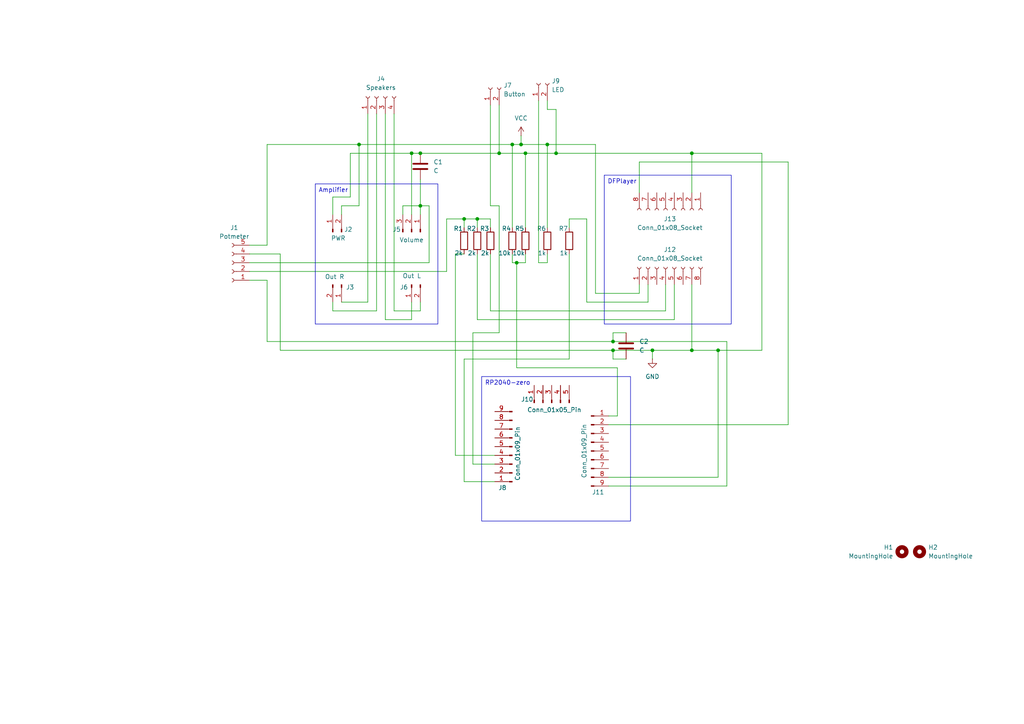
<source format=kicad_sch>
(kicad_sch
	(version 20231120)
	(generator "eeschema")
	(generator_version "8.0")
	(uuid "7fa8ac5a-a2bc-40af-b61f-bda00e608227")
	(paper "A4")
	(lib_symbols
		(symbol "Connector:Conn_01x02_Pin"
			(pin_names
				(offset 1.016) hide)
			(exclude_from_sim no)
			(in_bom yes)
			(on_board yes)
			(property "Reference" "J"
				(at 0 2.54 0)
				(effects
					(font
						(size 1.27 1.27)
					)
				)
			)
			(property "Value" "Conn_01x02_Pin"
				(at 0 -5.08 0)
				(effects
					(font
						(size 1.27 1.27)
					)
				)
			)
			(property "Footprint" ""
				(at 0 0 0)
				(effects
					(font
						(size 1.27 1.27)
					)
					(hide yes)
				)
			)
			(property "Datasheet" "~"
				(at 0 0 0)
				(effects
					(font
						(size 1.27 1.27)
					)
					(hide yes)
				)
			)
			(property "Description" "Generic connector, single row, 01x02, script generated"
				(at 0 0 0)
				(effects
					(font
						(size 1.27 1.27)
					)
					(hide yes)
				)
			)
			(property "ki_locked" ""
				(at 0 0 0)
				(effects
					(font
						(size 1.27 1.27)
					)
				)
			)
			(property "ki_keywords" "connector"
				(at 0 0 0)
				(effects
					(font
						(size 1.27 1.27)
					)
					(hide yes)
				)
			)
			(property "ki_fp_filters" "Connector*:*_1x??_*"
				(at 0 0 0)
				(effects
					(font
						(size 1.27 1.27)
					)
					(hide yes)
				)
			)
			(symbol "Conn_01x02_Pin_1_1"
				(polyline
					(pts
						(xy 1.27 -2.54) (xy 0.8636 -2.54)
					)
					(stroke
						(width 0.1524)
						(type default)
					)
					(fill
						(type none)
					)
				)
				(polyline
					(pts
						(xy 1.27 0) (xy 0.8636 0)
					)
					(stroke
						(width 0.1524)
						(type default)
					)
					(fill
						(type none)
					)
				)
				(rectangle
					(start 0.8636 -2.413)
					(end 0 -2.667)
					(stroke
						(width 0.1524)
						(type default)
					)
					(fill
						(type outline)
					)
				)
				(rectangle
					(start 0.8636 0.127)
					(end 0 -0.127)
					(stroke
						(width 0.1524)
						(type default)
					)
					(fill
						(type outline)
					)
				)
				(pin passive line
					(at 5.08 0 180)
					(length 3.81)
					(name "Pin_1"
						(effects
							(font
								(size 1.27 1.27)
							)
						)
					)
					(number "1"
						(effects
							(font
								(size 1.27 1.27)
							)
						)
					)
				)
				(pin passive line
					(at 5.08 -2.54 180)
					(length 3.81)
					(name "Pin_2"
						(effects
							(font
								(size 1.27 1.27)
							)
						)
					)
					(number "2"
						(effects
							(font
								(size 1.27 1.27)
							)
						)
					)
				)
			)
		)
		(symbol "Connector:Conn_01x02_Socket"
			(pin_names
				(offset 1.016) hide)
			(exclude_from_sim no)
			(in_bom yes)
			(on_board yes)
			(property "Reference" "J"
				(at 0 2.54 0)
				(effects
					(font
						(size 1.27 1.27)
					)
				)
			)
			(property "Value" "Conn_01x02_Socket"
				(at 0 -5.08 0)
				(effects
					(font
						(size 1.27 1.27)
					)
				)
			)
			(property "Footprint" ""
				(at 0 0 0)
				(effects
					(font
						(size 1.27 1.27)
					)
					(hide yes)
				)
			)
			(property "Datasheet" "~"
				(at 0 0 0)
				(effects
					(font
						(size 1.27 1.27)
					)
					(hide yes)
				)
			)
			(property "Description" "Generic connector, single row, 01x02, script generated"
				(at 0 0 0)
				(effects
					(font
						(size 1.27 1.27)
					)
					(hide yes)
				)
			)
			(property "ki_locked" ""
				(at 0 0 0)
				(effects
					(font
						(size 1.27 1.27)
					)
				)
			)
			(property "ki_keywords" "connector"
				(at 0 0 0)
				(effects
					(font
						(size 1.27 1.27)
					)
					(hide yes)
				)
			)
			(property "ki_fp_filters" "Connector*:*_1x??_*"
				(at 0 0 0)
				(effects
					(font
						(size 1.27 1.27)
					)
					(hide yes)
				)
			)
			(symbol "Conn_01x02_Socket_1_1"
				(arc
					(start 0 -2.032)
					(mid -0.5058 -2.54)
					(end 0 -3.048)
					(stroke
						(width 0.1524)
						(type default)
					)
					(fill
						(type none)
					)
				)
				(polyline
					(pts
						(xy -1.27 -2.54) (xy -0.508 -2.54)
					)
					(stroke
						(width 0.1524)
						(type default)
					)
					(fill
						(type none)
					)
				)
				(polyline
					(pts
						(xy -1.27 0) (xy -0.508 0)
					)
					(stroke
						(width 0.1524)
						(type default)
					)
					(fill
						(type none)
					)
				)
				(arc
					(start 0 0.508)
					(mid -0.5058 0)
					(end 0 -0.508)
					(stroke
						(width 0.1524)
						(type default)
					)
					(fill
						(type none)
					)
				)
				(pin passive line
					(at -5.08 0 0)
					(length 3.81)
					(name "Pin_1"
						(effects
							(font
								(size 1.27 1.27)
							)
						)
					)
					(number "1"
						(effects
							(font
								(size 1.27 1.27)
							)
						)
					)
				)
				(pin passive line
					(at -5.08 -2.54 0)
					(length 3.81)
					(name "Pin_2"
						(effects
							(font
								(size 1.27 1.27)
							)
						)
					)
					(number "2"
						(effects
							(font
								(size 1.27 1.27)
							)
						)
					)
				)
			)
		)
		(symbol "Connector:Conn_01x03_Pin"
			(pin_names
				(offset 1.016) hide)
			(exclude_from_sim no)
			(in_bom yes)
			(on_board yes)
			(property "Reference" "J"
				(at 0 5.08 0)
				(effects
					(font
						(size 1.27 1.27)
					)
				)
			)
			(property "Value" "Conn_01x03_Pin"
				(at 0 -5.08 0)
				(effects
					(font
						(size 1.27 1.27)
					)
				)
			)
			(property "Footprint" ""
				(at 0 0 0)
				(effects
					(font
						(size 1.27 1.27)
					)
					(hide yes)
				)
			)
			(property "Datasheet" "~"
				(at 0 0 0)
				(effects
					(font
						(size 1.27 1.27)
					)
					(hide yes)
				)
			)
			(property "Description" "Generic connector, single row, 01x03, script generated"
				(at 0 0 0)
				(effects
					(font
						(size 1.27 1.27)
					)
					(hide yes)
				)
			)
			(property "ki_locked" ""
				(at 0 0 0)
				(effects
					(font
						(size 1.27 1.27)
					)
				)
			)
			(property "ki_keywords" "connector"
				(at 0 0 0)
				(effects
					(font
						(size 1.27 1.27)
					)
					(hide yes)
				)
			)
			(property "ki_fp_filters" "Connector*:*_1x??_*"
				(at 0 0 0)
				(effects
					(font
						(size 1.27 1.27)
					)
					(hide yes)
				)
			)
			(symbol "Conn_01x03_Pin_1_1"
				(polyline
					(pts
						(xy 1.27 -2.54) (xy 0.8636 -2.54)
					)
					(stroke
						(width 0.1524)
						(type default)
					)
					(fill
						(type none)
					)
				)
				(polyline
					(pts
						(xy 1.27 0) (xy 0.8636 0)
					)
					(stroke
						(width 0.1524)
						(type default)
					)
					(fill
						(type none)
					)
				)
				(polyline
					(pts
						(xy 1.27 2.54) (xy 0.8636 2.54)
					)
					(stroke
						(width 0.1524)
						(type default)
					)
					(fill
						(type none)
					)
				)
				(rectangle
					(start 0.8636 -2.413)
					(end 0 -2.667)
					(stroke
						(width 0.1524)
						(type default)
					)
					(fill
						(type outline)
					)
				)
				(rectangle
					(start 0.8636 0.127)
					(end 0 -0.127)
					(stroke
						(width 0.1524)
						(type default)
					)
					(fill
						(type outline)
					)
				)
				(rectangle
					(start 0.8636 2.667)
					(end 0 2.413)
					(stroke
						(width 0.1524)
						(type default)
					)
					(fill
						(type outline)
					)
				)
				(pin passive line
					(at 5.08 2.54 180)
					(length 3.81)
					(name "Pin_1"
						(effects
							(font
								(size 1.27 1.27)
							)
						)
					)
					(number "1"
						(effects
							(font
								(size 1.27 1.27)
							)
						)
					)
				)
				(pin passive line
					(at 5.08 0 180)
					(length 3.81)
					(name "Pin_2"
						(effects
							(font
								(size 1.27 1.27)
							)
						)
					)
					(number "2"
						(effects
							(font
								(size 1.27 1.27)
							)
						)
					)
				)
				(pin passive line
					(at 5.08 -2.54 180)
					(length 3.81)
					(name "Pin_3"
						(effects
							(font
								(size 1.27 1.27)
							)
						)
					)
					(number "3"
						(effects
							(font
								(size 1.27 1.27)
							)
						)
					)
				)
			)
		)
		(symbol "Connector:Conn_01x04_Socket"
			(pin_names
				(offset 1.016) hide)
			(exclude_from_sim no)
			(in_bom yes)
			(on_board yes)
			(property "Reference" "J"
				(at 0 5.08 0)
				(effects
					(font
						(size 1.27 1.27)
					)
				)
			)
			(property "Value" "Conn_01x04_Socket"
				(at 0 -7.62 0)
				(effects
					(font
						(size 1.27 1.27)
					)
				)
			)
			(property "Footprint" ""
				(at 0 0 0)
				(effects
					(font
						(size 1.27 1.27)
					)
					(hide yes)
				)
			)
			(property "Datasheet" "~"
				(at 0 0 0)
				(effects
					(font
						(size 1.27 1.27)
					)
					(hide yes)
				)
			)
			(property "Description" "Generic connector, single row, 01x04, script generated"
				(at 0 0 0)
				(effects
					(font
						(size 1.27 1.27)
					)
					(hide yes)
				)
			)
			(property "ki_locked" ""
				(at 0 0 0)
				(effects
					(font
						(size 1.27 1.27)
					)
				)
			)
			(property "ki_keywords" "connector"
				(at 0 0 0)
				(effects
					(font
						(size 1.27 1.27)
					)
					(hide yes)
				)
			)
			(property "ki_fp_filters" "Connector*:*_1x??_*"
				(at 0 0 0)
				(effects
					(font
						(size 1.27 1.27)
					)
					(hide yes)
				)
			)
			(symbol "Conn_01x04_Socket_1_1"
				(arc
					(start 0 -4.572)
					(mid -0.5058 -5.08)
					(end 0 -5.588)
					(stroke
						(width 0.1524)
						(type default)
					)
					(fill
						(type none)
					)
				)
				(arc
					(start 0 -2.032)
					(mid -0.5058 -2.54)
					(end 0 -3.048)
					(stroke
						(width 0.1524)
						(type default)
					)
					(fill
						(type none)
					)
				)
				(polyline
					(pts
						(xy -1.27 -5.08) (xy -0.508 -5.08)
					)
					(stroke
						(width 0.1524)
						(type default)
					)
					(fill
						(type none)
					)
				)
				(polyline
					(pts
						(xy -1.27 -2.54) (xy -0.508 -2.54)
					)
					(stroke
						(width 0.1524)
						(type default)
					)
					(fill
						(type none)
					)
				)
				(polyline
					(pts
						(xy -1.27 0) (xy -0.508 0)
					)
					(stroke
						(width 0.1524)
						(type default)
					)
					(fill
						(type none)
					)
				)
				(polyline
					(pts
						(xy -1.27 2.54) (xy -0.508 2.54)
					)
					(stroke
						(width 0.1524)
						(type default)
					)
					(fill
						(type none)
					)
				)
				(arc
					(start 0 0.508)
					(mid -0.5058 0)
					(end 0 -0.508)
					(stroke
						(width 0.1524)
						(type default)
					)
					(fill
						(type none)
					)
				)
				(arc
					(start 0 3.048)
					(mid -0.5058 2.54)
					(end 0 2.032)
					(stroke
						(width 0.1524)
						(type default)
					)
					(fill
						(type none)
					)
				)
				(pin passive line
					(at -5.08 2.54 0)
					(length 3.81)
					(name "Pin_1"
						(effects
							(font
								(size 1.27 1.27)
							)
						)
					)
					(number "1"
						(effects
							(font
								(size 1.27 1.27)
							)
						)
					)
				)
				(pin passive line
					(at -5.08 0 0)
					(length 3.81)
					(name "Pin_2"
						(effects
							(font
								(size 1.27 1.27)
							)
						)
					)
					(number "2"
						(effects
							(font
								(size 1.27 1.27)
							)
						)
					)
				)
				(pin passive line
					(at -5.08 -2.54 0)
					(length 3.81)
					(name "Pin_3"
						(effects
							(font
								(size 1.27 1.27)
							)
						)
					)
					(number "3"
						(effects
							(font
								(size 1.27 1.27)
							)
						)
					)
				)
				(pin passive line
					(at -5.08 -5.08 0)
					(length 3.81)
					(name "Pin_4"
						(effects
							(font
								(size 1.27 1.27)
							)
						)
					)
					(number "4"
						(effects
							(font
								(size 1.27 1.27)
							)
						)
					)
				)
			)
		)
		(symbol "Connector:Conn_01x05_Pin"
			(pin_names
				(offset 1.016) hide)
			(exclude_from_sim no)
			(in_bom yes)
			(on_board yes)
			(property "Reference" "J"
				(at 0 7.62 0)
				(effects
					(font
						(size 1.27 1.27)
					)
				)
			)
			(property "Value" "Conn_01x05_Pin"
				(at 0 -7.62 0)
				(effects
					(font
						(size 1.27 1.27)
					)
				)
			)
			(property "Footprint" ""
				(at 0 0 0)
				(effects
					(font
						(size 1.27 1.27)
					)
					(hide yes)
				)
			)
			(property "Datasheet" "~"
				(at 0 0 0)
				(effects
					(font
						(size 1.27 1.27)
					)
					(hide yes)
				)
			)
			(property "Description" "Generic connector, single row, 01x05, script generated"
				(at 0 0 0)
				(effects
					(font
						(size 1.27 1.27)
					)
					(hide yes)
				)
			)
			(property "ki_locked" ""
				(at 0 0 0)
				(effects
					(font
						(size 1.27 1.27)
					)
				)
			)
			(property "ki_keywords" "connector"
				(at 0 0 0)
				(effects
					(font
						(size 1.27 1.27)
					)
					(hide yes)
				)
			)
			(property "ki_fp_filters" "Connector*:*_1x??_*"
				(at 0 0 0)
				(effects
					(font
						(size 1.27 1.27)
					)
					(hide yes)
				)
			)
			(symbol "Conn_01x05_Pin_1_1"
				(polyline
					(pts
						(xy 1.27 -5.08) (xy 0.8636 -5.08)
					)
					(stroke
						(width 0.1524)
						(type default)
					)
					(fill
						(type none)
					)
				)
				(polyline
					(pts
						(xy 1.27 -2.54) (xy 0.8636 -2.54)
					)
					(stroke
						(width 0.1524)
						(type default)
					)
					(fill
						(type none)
					)
				)
				(polyline
					(pts
						(xy 1.27 0) (xy 0.8636 0)
					)
					(stroke
						(width 0.1524)
						(type default)
					)
					(fill
						(type none)
					)
				)
				(polyline
					(pts
						(xy 1.27 2.54) (xy 0.8636 2.54)
					)
					(stroke
						(width 0.1524)
						(type default)
					)
					(fill
						(type none)
					)
				)
				(polyline
					(pts
						(xy 1.27 5.08) (xy 0.8636 5.08)
					)
					(stroke
						(width 0.1524)
						(type default)
					)
					(fill
						(type none)
					)
				)
				(rectangle
					(start 0.8636 -4.953)
					(end 0 -5.207)
					(stroke
						(width 0.1524)
						(type default)
					)
					(fill
						(type outline)
					)
				)
				(rectangle
					(start 0.8636 -2.413)
					(end 0 -2.667)
					(stroke
						(width 0.1524)
						(type default)
					)
					(fill
						(type outline)
					)
				)
				(rectangle
					(start 0.8636 0.127)
					(end 0 -0.127)
					(stroke
						(width 0.1524)
						(type default)
					)
					(fill
						(type outline)
					)
				)
				(rectangle
					(start 0.8636 2.667)
					(end 0 2.413)
					(stroke
						(width 0.1524)
						(type default)
					)
					(fill
						(type outline)
					)
				)
				(rectangle
					(start 0.8636 5.207)
					(end 0 4.953)
					(stroke
						(width 0.1524)
						(type default)
					)
					(fill
						(type outline)
					)
				)
				(pin passive line
					(at 5.08 5.08 180)
					(length 3.81)
					(name "Pin_1"
						(effects
							(font
								(size 1.27 1.27)
							)
						)
					)
					(number "1"
						(effects
							(font
								(size 1.27 1.27)
							)
						)
					)
				)
				(pin passive line
					(at 5.08 2.54 180)
					(length 3.81)
					(name "Pin_2"
						(effects
							(font
								(size 1.27 1.27)
							)
						)
					)
					(number "2"
						(effects
							(font
								(size 1.27 1.27)
							)
						)
					)
				)
				(pin passive line
					(at 5.08 0 180)
					(length 3.81)
					(name "Pin_3"
						(effects
							(font
								(size 1.27 1.27)
							)
						)
					)
					(number "3"
						(effects
							(font
								(size 1.27 1.27)
							)
						)
					)
				)
				(pin passive line
					(at 5.08 -2.54 180)
					(length 3.81)
					(name "Pin_4"
						(effects
							(font
								(size 1.27 1.27)
							)
						)
					)
					(number "4"
						(effects
							(font
								(size 1.27 1.27)
							)
						)
					)
				)
				(pin passive line
					(at 5.08 -5.08 180)
					(length 3.81)
					(name "Pin_5"
						(effects
							(font
								(size 1.27 1.27)
							)
						)
					)
					(number "5"
						(effects
							(font
								(size 1.27 1.27)
							)
						)
					)
				)
			)
		)
		(symbol "Connector:Conn_01x05_Socket"
			(pin_names
				(offset 1.016) hide)
			(exclude_from_sim no)
			(in_bom yes)
			(on_board yes)
			(property "Reference" "J"
				(at 0 7.62 0)
				(effects
					(font
						(size 1.27 1.27)
					)
				)
			)
			(property "Value" "Conn_01x05_Socket"
				(at 0 -7.62 0)
				(effects
					(font
						(size 1.27 1.27)
					)
				)
			)
			(property "Footprint" ""
				(at 0 0 0)
				(effects
					(font
						(size 1.27 1.27)
					)
					(hide yes)
				)
			)
			(property "Datasheet" "~"
				(at 0 0 0)
				(effects
					(font
						(size 1.27 1.27)
					)
					(hide yes)
				)
			)
			(property "Description" "Generic connector, single row, 01x05, script generated"
				(at 0 0 0)
				(effects
					(font
						(size 1.27 1.27)
					)
					(hide yes)
				)
			)
			(property "ki_locked" ""
				(at 0 0 0)
				(effects
					(font
						(size 1.27 1.27)
					)
				)
			)
			(property "ki_keywords" "connector"
				(at 0 0 0)
				(effects
					(font
						(size 1.27 1.27)
					)
					(hide yes)
				)
			)
			(property "ki_fp_filters" "Connector*:*_1x??_*"
				(at 0 0 0)
				(effects
					(font
						(size 1.27 1.27)
					)
					(hide yes)
				)
			)
			(symbol "Conn_01x05_Socket_1_1"
				(arc
					(start 0 -4.572)
					(mid -0.5058 -5.08)
					(end 0 -5.588)
					(stroke
						(width 0.1524)
						(type default)
					)
					(fill
						(type none)
					)
				)
				(arc
					(start 0 -2.032)
					(mid -0.5058 -2.54)
					(end 0 -3.048)
					(stroke
						(width 0.1524)
						(type default)
					)
					(fill
						(type none)
					)
				)
				(polyline
					(pts
						(xy -1.27 -5.08) (xy -0.508 -5.08)
					)
					(stroke
						(width 0.1524)
						(type default)
					)
					(fill
						(type none)
					)
				)
				(polyline
					(pts
						(xy -1.27 -2.54) (xy -0.508 -2.54)
					)
					(stroke
						(width 0.1524)
						(type default)
					)
					(fill
						(type none)
					)
				)
				(polyline
					(pts
						(xy -1.27 0) (xy -0.508 0)
					)
					(stroke
						(width 0.1524)
						(type default)
					)
					(fill
						(type none)
					)
				)
				(polyline
					(pts
						(xy -1.27 2.54) (xy -0.508 2.54)
					)
					(stroke
						(width 0.1524)
						(type default)
					)
					(fill
						(type none)
					)
				)
				(polyline
					(pts
						(xy -1.27 5.08) (xy -0.508 5.08)
					)
					(stroke
						(width 0.1524)
						(type default)
					)
					(fill
						(type none)
					)
				)
				(arc
					(start 0 0.508)
					(mid -0.5058 0)
					(end 0 -0.508)
					(stroke
						(width 0.1524)
						(type default)
					)
					(fill
						(type none)
					)
				)
				(arc
					(start 0 3.048)
					(mid -0.5058 2.54)
					(end 0 2.032)
					(stroke
						(width 0.1524)
						(type default)
					)
					(fill
						(type none)
					)
				)
				(arc
					(start 0 5.588)
					(mid -0.5058 5.08)
					(end 0 4.572)
					(stroke
						(width 0.1524)
						(type default)
					)
					(fill
						(type none)
					)
				)
				(pin passive line
					(at -5.08 5.08 0)
					(length 3.81)
					(name "Pin_1"
						(effects
							(font
								(size 1.27 1.27)
							)
						)
					)
					(number "1"
						(effects
							(font
								(size 1.27 1.27)
							)
						)
					)
				)
				(pin passive line
					(at -5.08 2.54 0)
					(length 3.81)
					(name "Pin_2"
						(effects
							(font
								(size 1.27 1.27)
							)
						)
					)
					(number "2"
						(effects
							(font
								(size 1.27 1.27)
							)
						)
					)
				)
				(pin passive line
					(at -5.08 0 0)
					(length 3.81)
					(name "Pin_3"
						(effects
							(font
								(size 1.27 1.27)
							)
						)
					)
					(number "3"
						(effects
							(font
								(size 1.27 1.27)
							)
						)
					)
				)
				(pin passive line
					(at -5.08 -2.54 0)
					(length 3.81)
					(name "Pin_4"
						(effects
							(font
								(size 1.27 1.27)
							)
						)
					)
					(number "4"
						(effects
							(font
								(size 1.27 1.27)
							)
						)
					)
				)
				(pin passive line
					(at -5.08 -5.08 0)
					(length 3.81)
					(name "Pin_5"
						(effects
							(font
								(size 1.27 1.27)
							)
						)
					)
					(number "5"
						(effects
							(font
								(size 1.27 1.27)
							)
						)
					)
				)
			)
		)
		(symbol "Connector:Conn_01x08_Socket"
			(pin_names
				(offset 1.016) hide)
			(exclude_from_sim no)
			(in_bom yes)
			(on_board yes)
			(property "Reference" "J"
				(at 0 10.16 0)
				(effects
					(font
						(size 1.27 1.27)
					)
				)
			)
			(property "Value" "Conn_01x08_Socket"
				(at 0 -12.7 0)
				(effects
					(font
						(size 1.27 1.27)
					)
				)
			)
			(property "Footprint" ""
				(at 0 0 0)
				(effects
					(font
						(size 1.27 1.27)
					)
					(hide yes)
				)
			)
			(property "Datasheet" "~"
				(at 0 0 0)
				(effects
					(font
						(size 1.27 1.27)
					)
					(hide yes)
				)
			)
			(property "Description" "Generic connector, single row, 01x08, script generated"
				(at 0 0 0)
				(effects
					(font
						(size 1.27 1.27)
					)
					(hide yes)
				)
			)
			(property "ki_locked" ""
				(at 0 0 0)
				(effects
					(font
						(size 1.27 1.27)
					)
				)
			)
			(property "ki_keywords" "connector"
				(at 0 0 0)
				(effects
					(font
						(size 1.27 1.27)
					)
					(hide yes)
				)
			)
			(property "ki_fp_filters" "Connector*:*_1x??_*"
				(at 0 0 0)
				(effects
					(font
						(size 1.27 1.27)
					)
					(hide yes)
				)
			)
			(symbol "Conn_01x08_Socket_1_1"
				(arc
					(start 0 -9.652)
					(mid -0.5058 -10.16)
					(end 0 -10.668)
					(stroke
						(width 0.1524)
						(type default)
					)
					(fill
						(type none)
					)
				)
				(arc
					(start 0 -7.112)
					(mid -0.5058 -7.62)
					(end 0 -8.128)
					(stroke
						(width 0.1524)
						(type default)
					)
					(fill
						(type none)
					)
				)
				(arc
					(start 0 -4.572)
					(mid -0.5058 -5.08)
					(end 0 -5.588)
					(stroke
						(width 0.1524)
						(type default)
					)
					(fill
						(type none)
					)
				)
				(arc
					(start 0 -2.032)
					(mid -0.5058 -2.54)
					(end 0 -3.048)
					(stroke
						(width 0.1524)
						(type default)
					)
					(fill
						(type none)
					)
				)
				(polyline
					(pts
						(xy -1.27 -10.16) (xy -0.508 -10.16)
					)
					(stroke
						(width 0.1524)
						(type default)
					)
					(fill
						(type none)
					)
				)
				(polyline
					(pts
						(xy -1.27 -7.62) (xy -0.508 -7.62)
					)
					(stroke
						(width 0.1524)
						(type default)
					)
					(fill
						(type none)
					)
				)
				(polyline
					(pts
						(xy -1.27 -5.08) (xy -0.508 -5.08)
					)
					(stroke
						(width 0.1524)
						(type default)
					)
					(fill
						(type none)
					)
				)
				(polyline
					(pts
						(xy -1.27 -2.54) (xy -0.508 -2.54)
					)
					(stroke
						(width 0.1524)
						(type default)
					)
					(fill
						(type none)
					)
				)
				(polyline
					(pts
						(xy -1.27 0) (xy -0.508 0)
					)
					(stroke
						(width 0.1524)
						(type default)
					)
					(fill
						(type none)
					)
				)
				(polyline
					(pts
						(xy -1.27 2.54) (xy -0.508 2.54)
					)
					(stroke
						(width 0.1524)
						(type default)
					)
					(fill
						(type none)
					)
				)
				(polyline
					(pts
						(xy -1.27 5.08) (xy -0.508 5.08)
					)
					(stroke
						(width 0.1524)
						(type default)
					)
					(fill
						(type none)
					)
				)
				(polyline
					(pts
						(xy -1.27 7.62) (xy -0.508 7.62)
					)
					(stroke
						(width 0.1524)
						(type default)
					)
					(fill
						(type none)
					)
				)
				(arc
					(start 0 0.508)
					(mid -0.5058 0)
					(end 0 -0.508)
					(stroke
						(width 0.1524)
						(type default)
					)
					(fill
						(type none)
					)
				)
				(arc
					(start 0 3.048)
					(mid -0.5058 2.54)
					(end 0 2.032)
					(stroke
						(width 0.1524)
						(type default)
					)
					(fill
						(type none)
					)
				)
				(arc
					(start 0 5.588)
					(mid -0.5058 5.08)
					(end 0 4.572)
					(stroke
						(width 0.1524)
						(type default)
					)
					(fill
						(type none)
					)
				)
				(arc
					(start 0 8.128)
					(mid -0.5058 7.62)
					(end 0 7.112)
					(stroke
						(width 0.1524)
						(type default)
					)
					(fill
						(type none)
					)
				)
				(pin passive line
					(at -5.08 7.62 0)
					(length 3.81)
					(name "Pin_1"
						(effects
							(font
								(size 1.27 1.27)
							)
						)
					)
					(number "1"
						(effects
							(font
								(size 1.27 1.27)
							)
						)
					)
				)
				(pin passive line
					(at -5.08 5.08 0)
					(length 3.81)
					(name "Pin_2"
						(effects
							(font
								(size 1.27 1.27)
							)
						)
					)
					(number "2"
						(effects
							(font
								(size 1.27 1.27)
							)
						)
					)
				)
				(pin passive line
					(at -5.08 2.54 0)
					(length 3.81)
					(name "Pin_3"
						(effects
							(font
								(size 1.27 1.27)
							)
						)
					)
					(number "3"
						(effects
							(font
								(size 1.27 1.27)
							)
						)
					)
				)
				(pin passive line
					(at -5.08 0 0)
					(length 3.81)
					(name "Pin_4"
						(effects
							(font
								(size 1.27 1.27)
							)
						)
					)
					(number "4"
						(effects
							(font
								(size 1.27 1.27)
							)
						)
					)
				)
				(pin passive line
					(at -5.08 -2.54 0)
					(length 3.81)
					(name "Pin_5"
						(effects
							(font
								(size 1.27 1.27)
							)
						)
					)
					(number "5"
						(effects
							(font
								(size 1.27 1.27)
							)
						)
					)
				)
				(pin passive line
					(at -5.08 -5.08 0)
					(length 3.81)
					(name "Pin_6"
						(effects
							(font
								(size 1.27 1.27)
							)
						)
					)
					(number "6"
						(effects
							(font
								(size 1.27 1.27)
							)
						)
					)
				)
				(pin passive line
					(at -5.08 -7.62 0)
					(length 3.81)
					(name "Pin_7"
						(effects
							(font
								(size 1.27 1.27)
							)
						)
					)
					(number "7"
						(effects
							(font
								(size 1.27 1.27)
							)
						)
					)
				)
				(pin passive line
					(at -5.08 -10.16 0)
					(length 3.81)
					(name "Pin_8"
						(effects
							(font
								(size 1.27 1.27)
							)
						)
					)
					(number "8"
						(effects
							(font
								(size 1.27 1.27)
							)
						)
					)
				)
			)
		)
		(symbol "Connector:Conn_01x09_Pin"
			(pin_names
				(offset 1.016) hide)
			(exclude_from_sim no)
			(in_bom yes)
			(on_board yes)
			(property "Reference" "J"
				(at 0 12.7 0)
				(effects
					(font
						(size 1.27 1.27)
					)
				)
			)
			(property "Value" "Conn_01x09_Pin"
				(at 0 -12.7 0)
				(effects
					(font
						(size 1.27 1.27)
					)
				)
			)
			(property "Footprint" ""
				(at 0 0 0)
				(effects
					(font
						(size 1.27 1.27)
					)
					(hide yes)
				)
			)
			(property "Datasheet" "~"
				(at 0 0 0)
				(effects
					(font
						(size 1.27 1.27)
					)
					(hide yes)
				)
			)
			(property "Description" "Generic connector, single row, 01x09, script generated"
				(at 0 0 0)
				(effects
					(font
						(size 1.27 1.27)
					)
					(hide yes)
				)
			)
			(property "ki_locked" ""
				(at 0 0 0)
				(effects
					(font
						(size 1.27 1.27)
					)
				)
			)
			(property "ki_keywords" "connector"
				(at 0 0 0)
				(effects
					(font
						(size 1.27 1.27)
					)
					(hide yes)
				)
			)
			(property "ki_fp_filters" "Connector*:*_1x??_*"
				(at 0 0 0)
				(effects
					(font
						(size 1.27 1.27)
					)
					(hide yes)
				)
			)
			(symbol "Conn_01x09_Pin_1_1"
				(polyline
					(pts
						(xy 1.27 -10.16) (xy 0.8636 -10.16)
					)
					(stroke
						(width 0.1524)
						(type default)
					)
					(fill
						(type none)
					)
				)
				(polyline
					(pts
						(xy 1.27 -7.62) (xy 0.8636 -7.62)
					)
					(stroke
						(width 0.1524)
						(type default)
					)
					(fill
						(type none)
					)
				)
				(polyline
					(pts
						(xy 1.27 -5.08) (xy 0.8636 -5.08)
					)
					(stroke
						(width 0.1524)
						(type default)
					)
					(fill
						(type none)
					)
				)
				(polyline
					(pts
						(xy 1.27 -2.54) (xy 0.8636 -2.54)
					)
					(stroke
						(width 0.1524)
						(type default)
					)
					(fill
						(type none)
					)
				)
				(polyline
					(pts
						(xy 1.27 0) (xy 0.8636 0)
					)
					(stroke
						(width 0.1524)
						(type default)
					)
					(fill
						(type none)
					)
				)
				(polyline
					(pts
						(xy 1.27 2.54) (xy 0.8636 2.54)
					)
					(stroke
						(width 0.1524)
						(type default)
					)
					(fill
						(type none)
					)
				)
				(polyline
					(pts
						(xy 1.27 5.08) (xy 0.8636 5.08)
					)
					(stroke
						(width 0.1524)
						(type default)
					)
					(fill
						(type none)
					)
				)
				(polyline
					(pts
						(xy 1.27 7.62) (xy 0.8636 7.62)
					)
					(stroke
						(width 0.1524)
						(type default)
					)
					(fill
						(type none)
					)
				)
				(polyline
					(pts
						(xy 1.27 10.16) (xy 0.8636 10.16)
					)
					(stroke
						(width 0.1524)
						(type default)
					)
					(fill
						(type none)
					)
				)
				(rectangle
					(start 0.8636 -10.033)
					(end 0 -10.287)
					(stroke
						(width 0.1524)
						(type default)
					)
					(fill
						(type outline)
					)
				)
				(rectangle
					(start 0.8636 -7.493)
					(end 0 -7.747)
					(stroke
						(width 0.1524)
						(type default)
					)
					(fill
						(type outline)
					)
				)
				(rectangle
					(start 0.8636 -4.953)
					(end 0 -5.207)
					(stroke
						(width 0.1524)
						(type default)
					)
					(fill
						(type outline)
					)
				)
				(rectangle
					(start 0.8636 -2.413)
					(end 0 -2.667)
					(stroke
						(width 0.1524)
						(type default)
					)
					(fill
						(type outline)
					)
				)
				(rectangle
					(start 0.8636 0.127)
					(end 0 -0.127)
					(stroke
						(width 0.1524)
						(type default)
					)
					(fill
						(type outline)
					)
				)
				(rectangle
					(start 0.8636 2.667)
					(end 0 2.413)
					(stroke
						(width 0.1524)
						(type default)
					)
					(fill
						(type outline)
					)
				)
				(rectangle
					(start 0.8636 5.207)
					(end 0 4.953)
					(stroke
						(width 0.1524)
						(type default)
					)
					(fill
						(type outline)
					)
				)
				(rectangle
					(start 0.8636 7.747)
					(end 0 7.493)
					(stroke
						(width 0.1524)
						(type default)
					)
					(fill
						(type outline)
					)
				)
				(rectangle
					(start 0.8636 10.287)
					(end 0 10.033)
					(stroke
						(width 0.1524)
						(type default)
					)
					(fill
						(type outline)
					)
				)
				(pin passive line
					(at 5.08 10.16 180)
					(length 3.81)
					(name "Pin_1"
						(effects
							(font
								(size 1.27 1.27)
							)
						)
					)
					(number "1"
						(effects
							(font
								(size 1.27 1.27)
							)
						)
					)
				)
				(pin passive line
					(at 5.08 7.62 180)
					(length 3.81)
					(name "Pin_2"
						(effects
							(font
								(size 1.27 1.27)
							)
						)
					)
					(number "2"
						(effects
							(font
								(size 1.27 1.27)
							)
						)
					)
				)
				(pin passive line
					(at 5.08 5.08 180)
					(length 3.81)
					(name "Pin_3"
						(effects
							(font
								(size 1.27 1.27)
							)
						)
					)
					(number "3"
						(effects
							(font
								(size 1.27 1.27)
							)
						)
					)
				)
				(pin passive line
					(at 5.08 2.54 180)
					(length 3.81)
					(name "Pin_4"
						(effects
							(font
								(size 1.27 1.27)
							)
						)
					)
					(number "4"
						(effects
							(font
								(size 1.27 1.27)
							)
						)
					)
				)
				(pin passive line
					(at 5.08 0 180)
					(length 3.81)
					(name "Pin_5"
						(effects
							(font
								(size 1.27 1.27)
							)
						)
					)
					(number "5"
						(effects
							(font
								(size 1.27 1.27)
							)
						)
					)
				)
				(pin passive line
					(at 5.08 -2.54 180)
					(length 3.81)
					(name "Pin_6"
						(effects
							(font
								(size 1.27 1.27)
							)
						)
					)
					(number "6"
						(effects
							(font
								(size 1.27 1.27)
							)
						)
					)
				)
				(pin passive line
					(at 5.08 -5.08 180)
					(length 3.81)
					(name "Pin_7"
						(effects
							(font
								(size 1.27 1.27)
							)
						)
					)
					(number "7"
						(effects
							(font
								(size 1.27 1.27)
							)
						)
					)
				)
				(pin passive line
					(at 5.08 -7.62 180)
					(length 3.81)
					(name "Pin_8"
						(effects
							(font
								(size 1.27 1.27)
							)
						)
					)
					(number "8"
						(effects
							(font
								(size 1.27 1.27)
							)
						)
					)
				)
				(pin passive line
					(at 5.08 -10.16 180)
					(length 3.81)
					(name "Pin_9"
						(effects
							(font
								(size 1.27 1.27)
							)
						)
					)
					(number "9"
						(effects
							(font
								(size 1.27 1.27)
							)
						)
					)
				)
			)
		)
		(symbol "Device:C"
			(pin_numbers hide)
			(pin_names
				(offset 0.254)
			)
			(exclude_from_sim no)
			(in_bom yes)
			(on_board yes)
			(property "Reference" "C"
				(at 0.635 2.54 0)
				(effects
					(font
						(size 1.27 1.27)
					)
					(justify left)
				)
			)
			(property "Value" "C"
				(at 0.635 -2.54 0)
				(effects
					(font
						(size 1.27 1.27)
					)
					(justify left)
				)
			)
			(property "Footprint" ""
				(at 0.9652 -3.81 0)
				(effects
					(font
						(size 1.27 1.27)
					)
					(hide yes)
				)
			)
			(property "Datasheet" "~"
				(at 0 0 0)
				(effects
					(font
						(size 1.27 1.27)
					)
					(hide yes)
				)
			)
			(property "Description" "Unpolarized capacitor"
				(at 0 0 0)
				(effects
					(font
						(size 1.27 1.27)
					)
					(hide yes)
				)
			)
			(property "ki_keywords" "cap capacitor"
				(at 0 0 0)
				(effects
					(font
						(size 1.27 1.27)
					)
					(hide yes)
				)
			)
			(property "ki_fp_filters" "C_*"
				(at 0 0 0)
				(effects
					(font
						(size 1.27 1.27)
					)
					(hide yes)
				)
			)
			(symbol "C_0_1"
				(polyline
					(pts
						(xy -2.032 -0.762) (xy 2.032 -0.762)
					)
					(stroke
						(width 0.508)
						(type default)
					)
					(fill
						(type none)
					)
				)
				(polyline
					(pts
						(xy -2.032 0.762) (xy 2.032 0.762)
					)
					(stroke
						(width 0.508)
						(type default)
					)
					(fill
						(type none)
					)
				)
			)
			(symbol "C_1_1"
				(pin passive line
					(at 0 3.81 270)
					(length 2.794)
					(name "~"
						(effects
							(font
								(size 1.27 1.27)
							)
						)
					)
					(number "1"
						(effects
							(font
								(size 1.27 1.27)
							)
						)
					)
				)
				(pin passive line
					(at 0 -3.81 90)
					(length 2.794)
					(name "~"
						(effects
							(font
								(size 1.27 1.27)
							)
						)
					)
					(number "2"
						(effects
							(font
								(size 1.27 1.27)
							)
						)
					)
				)
			)
		)
		(symbol "Device:R"
			(pin_numbers hide)
			(pin_names
				(offset 0)
			)
			(exclude_from_sim no)
			(in_bom yes)
			(on_board yes)
			(property "Reference" "R"
				(at 2.032 0 90)
				(effects
					(font
						(size 1.27 1.27)
					)
				)
			)
			(property "Value" "R"
				(at 0 0 90)
				(effects
					(font
						(size 1.27 1.27)
					)
				)
			)
			(property "Footprint" ""
				(at -1.778 0 90)
				(effects
					(font
						(size 1.27 1.27)
					)
					(hide yes)
				)
			)
			(property "Datasheet" "~"
				(at 0 0 0)
				(effects
					(font
						(size 1.27 1.27)
					)
					(hide yes)
				)
			)
			(property "Description" "Resistor"
				(at 0 0 0)
				(effects
					(font
						(size 1.27 1.27)
					)
					(hide yes)
				)
			)
			(property "ki_keywords" "R res resistor"
				(at 0 0 0)
				(effects
					(font
						(size 1.27 1.27)
					)
					(hide yes)
				)
			)
			(property "ki_fp_filters" "R_*"
				(at 0 0 0)
				(effects
					(font
						(size 1.27 1.27)
					)
					(hide yes)
				)
			)
			(symbol "R_0_1"
				(rectangle
					(start -1.016 -2.54)
					(end 1.016 2.54)
					(stroke
						(width 0.254)
						(type default)
					)
					(fill
						(type none)
					)
				)
			)
			(symbol "R_1_1"
				(pin passive line
					(at 0 3.81 270)
					(length 1.27)
					(name "~"
						(effects
							(font
								(size 1.27 1.27)
							)
						)
					)
					(number "1"
						(effects
							(font
								(size 1.27 1.27)
							)
						)
					)
				)
				(pin passive line
					(at 0 -3.81 90)
					(length 1.27)
					(name "~"
						(effects
							(font
								(size 1.27 1.27)
							)
						)
					)
					(number "2"
						(effects
							(font
								(size 1.27 1.27)
							)
						)
					)
				)
			)
		)
		(symbol "Mechanical:MountingHole"
			(pin_names
				(offset 1.016)
			)
			(exclude_from_sim yes)
			(in_bom no)
			(on_board yes)
			(property "Reference" "H"
				(at 0 5.08 0)
				(effects
					(font
						(size 1.27 1.27)
					)
				)
			)
			(property "Value" "MountingHole"
				(at 0 3.175 0)
				(effects
					(font
						(size 1.27 1.27)
					)
				)
			)
			(property "Footprint" ""
				(at 0 0 0)
				(effects
					(font
						(size 1.27 1.27)
					)
					(hide yes)
				)
			)
			(property "Datasheet" "~"
				(at 0 0 0)
				(effects
					(font
						(size 1.27 1.27)
					)
					(hide yes)
				)
			)
			(property "Description" "Mounting Hole without connection"
				(at 0 0 0)
				(effects
					(font
						(size 1.27 1.27)
					)
					(hide yes)
				)
			)
			(property "ki_keywords" "mounting hole"
				(at 0 0 0)
				(effects
					(font
						(size 1.27 1.27)
					)
					(hide yes)
				)
			)
			(property "ki_fp_filters" "MountingHole*"
				(at 0 0 0)
				(effects
					(font
						(size 1.27 1.27)
					)
					(hide yes)
				)
			)
			(symbol "MountingHole_0_1"
				(circle
					(center 0 0)
					(radius 1.27)
					(stroke
						(width 1.27)
						(type default)
					)
					(fill
						(type none)
					)
				)
			)
		)
		(symbol "power:GND"
			(power)
			(pin_numbers hide)
			(pin_names
				(offset 0) hide)
			(exclude_from_sim no)
			(in_bom yes)
			(on_board yes)
			(property "Reference" "#PWR"
				(at 0 -6.35 0)
				(effects
					(font
						(size 1.27 1.27)
					)
					(hide yes)
				)
			)
			(property "Value" "GND"
				(at 0 -3.81 0)
				(effects
					(font
						(size 1.27 1.27)
					)
				)
			)
			(property "Footprint" ""
				(at 0 0 0)
				(effects
					(font
						(size 1.27 1.27)
					)
					(hide yes)
				)
			)
			(property "Datasheet" ""
				(at 0 0 0)
				(effects
					(font
						(size 1.27 1.27)
					)
					(hide yes)
				)
			)
			(property "Description" "Power symbol creates a global label with name \"GND\" , ground"
				(at 0 0 0)
				(effects
					(font
						(size 1.27 1.27)
					)
					(hide yes)
				)
			)
			(property "ki_keywords" "global power"
				(at 0 0 0)
				(effects
					(font
						(size 1.27 1.27)
					)
					(hide yes)
				)
			)
			(symbol "GND_0_1"
				(polyline
					(pts
						(xy 0 0) (xy 0 -1.27) (xy 1.27 -1.27) (xy 0 -2.54) (xy -1.27 -1.27) (xy 0 -1.27)
					)
					(stroke
						(width 0)
						(type default)
					)
					(fill
						(type none)
					)
				)
			)
			(symbol "GND_1_1"
				(pin power_in line
					(at 0 0 270)
					(length 0)
					(name "~"
						(effects
							(font
								(size 1.27 1.27)
							)
						)
					)
					(number "1"
						(effects
							(font
								(size 1.27 1.27)
							)
						)
					)
				)
			)
		)
		(symbol "power:VCC"
			(power)
			(pin_numbers hide)
			(pin_names
				(offset 0) hide)
			(exclude_from_sim no)
			(in_bom yes)
			(on_board yes)
			(property "Reference" "#PWR"
				(at 0 -3.81 0)
				(effects
					(font
						(size 1.27 1.27)
					)
					(hide yes)
				)
			)
			(property "Value" "VCC"
				(at 0 3.556 0)
				(effects
					(font
						(size 1.27 1.27)
					)
				)
			)
			(property "Footprint" ""
				(at 0 0 0)
				(effects
					(font
						(size 1.27 1.27)
					)
					(hide yes)
				)
			)
			(property "Datasheet" ""
				(at 0 0 0)
				(effects
					(font
						(size 1.27 1.27)
					)
					(hide yes)
				)
			)
			(property "Description" "Power symbol creates a global label with name \"VCC\""
				(at 0 0 0)
				(effects
					(font
						(size 1.27 1.27)
					)
					(hide yes)
				)
			)
			(property "ki_keywords" "global power"
				(at 0 0 0)
				(effects
					(font
						(size 1.27 1.27)
					)
					(hide yes)
				)
			)
			(symbol "VCC_0_1"
				(polyline
					(pts
						(xy -0.762 1.27) (xy 0 2.54)
					)
					(stroke
						(width 0)
						(type default)
					)
					(fill
						(type none)
					)
				)
				(polyline
					(pts
						(xy 0 0) (xy 0 2.54)
					)
					(stroke
						(width 0)
						(type default)
					)
					(fill
						(type none)
					)
				)
				(polyline
					(pts
						(xy 0 2.54) (xy 0.762 1.27)
					)
					(stroke
						(width 0)
						(type default)
					)
					(fill
						(type none)
					)
				)
			)
			(symbol "VCC_1_1"
				(pin power_in line
					(at 0 0 90)
					(length 0)
					(name "~"
						(effects
							(font
								(size 1.27 1.27)
							)
						)
					)
					(number "1"
						(effects
							(font
								(size 1.27 1.27)
							)
						)
					)
				)
			)
		)
	)
	(junction
		(at 200.66 44.45)
		(diameter 0)
		(color 0 0 0 0)
		(uuid "01fd48b4-4eb1-4093-9bbe-5d0ea3a7bda4")
	)
	(junction
		(at 121.92 44.45)
		(diameter 0)
		(color 0 0 0 0)
		(uuid "042eef3d-599d-4d1e-b405-2b2775bfc336")
	)
	(junction
		(at 134.62 63.5)
		(diameter 0)
		(color 0 0 0 0)
		(uuid "12988b13-a592-498a-a287-55b80cafb2d5")
	)
	(junction
		(at 148.59 41.91)
		(diameter 0)
		(color 0 0 0 0)
		(uuid "1bc29bc5-23a8-402f-8da8-c76fee6abcc3")
	)
	(junction
		(at 121.92 59.69)
		(diameter 0)
		(color 0 0 0 0)
		(uuid "52b0c2d6-adb2-4ec8-abc4-ba373f2bcd3a")
	)
	(junction
		(at 208.28 101.6)
		(diameter 0)
		(color 0 0 0 0)
		(uuid "773beb62-7e1c-4887-b161-e6dd445f1e58")
	)
	(junction
		(at 144.78 44.45)
		(diameter 0)
		(color 0 0 0 0)
		(uuid "82082ef9-d5ac-4cc9-b4de-36dd5a44c2b5")
	)
	(junction
		(at 152.4 44.45)
		(diameter 0)
		(color 0 0 0 0)
		(uuid "830384c7-6f2d-491f-b37a-564e6532bb27")
	)
	(junction
		(at 177.8 101.6)
		(diameter 0)
		(color 0 0 0 0)
		(uuid "999fca6f-ca1d-4590-a0af-ac343ec0891d")
	)
	(junction
		(at 138.43 63.5)
		(diameter 0)
		(color 0 0 0 0)
		(uuid "a74f9bec-ff50-42f4-8aef-346705b12f12")
	)
	(junction
		(at 104.14 41.91)
		(diameter 0)
		(color 0 0 0 0)
		(uuid "b2b6373e-6ee0-4b4a-beac-552a75da14cf")
	)
	(junction
		(at 119.38 44.45)
		(diameter 0)
		(color 0 0 0 0)
		(uuid "c2e38c91-d206-4d83-b266-f1b0013a4542")
	)
	(junction
		(at 200.66 101.6)
		(diameter 0)
		(color 0 0 0 0)
		(uuid "c41f832c-9962-49b8-9a13-c41d47ea9198")
	)
	(junction
		(at 151.13 41.91)
		(diameter 0)
		(color 0 0 0 0)
		(uuid "c5327e3f-b467-481f-878a-98cdc182b095")
	)
	(junction
		(at 158.75 41.91)
		(diameter 0)
		(color 0 0 0 0)
		(uuid "ca372261-7413-4da0-b009-c71bb9b9cb73")
	)
	(junction
		(at 149.86 76.2)
		(diameter 0)
		(color 0 0 0 0)
		(uuid "ccdc6e43-fef2-4d6c-8aa4-9e59590f32bf")
	)
	(junction
		(at 177.8 99.06)
		(diameter 0)
		(color 0 0 0 0)
		(uuid "d93913f4-4d77-4492-91e6-3f007573db43")
	)
	(junction
		(at 189.23 101.6)
		(diameter 0)
		(color 0 0 0 0)
		(uuid "e31c3ee0-8b07-4f03-9579-3c828e13e777")
	)
	(junction
		(at 161.29 44.45)
		(diameter 0)
		(color 0 0 0 0)
		(uuid "f151045a-c98e-420f-a7f1-d2a1505a0443")
	)
	(wire
		(pts
			(xy 181.61 96.52) (xy 177.8 96.52)
		)
		(stroke
			(width 0)
			(type default)
		)
		(uuid "01954a2a-c09a-4832-bdb5-1a7e98534575")
	)
	(wire
		(pts
			(xy 72.39 78.74) (xy 129.54 78.74)
		)
		(stroke
			(width 0)
			(type default)
		)
		(uuid "03b5fcf6-f408-487c-b5d6-c5f11c025875")
	)
	(wire
		(pts
			(xy 143.51 139.7) (xy 134.62 139.7)
		)
		(stroke
			(width 0)
			(type default)
		)
		(uuid "0801ea44-7781-4631-825a-8bc72c238627")
	)
	(wire
		(pts
			(xy 121.92 90.17) (xy 114.3 90.17)
		)
		(stroke
			(width 0)
			(type default)
		)
		(uuid "090ce0ee-04fb-481e-b785-35358122fa57")
	)
	(wire
		(pts
			(xy 119.38 44.45) (xy 101.6 44.45)
		)
		(stroke
			(width 0)
			(type default)
		)
		(uuid "09618ce6-3dab-4db3-83fc-b701bf5631d1")
	)
	(wire
		(pts
			(xy 142.24 59.69) (xy 144.78 59.69)
		)
		(stroke
			(width 0)
			(type default)
		)
		(uuid "0a3b41bc-8073-4148-88f6-39c3ec9ddc92")
	)
	(wire
		(pts
			(xy 176.53 140.97) (xy 210.82 140.97)
		)
		(stroke
			(width 0)
			(type default)
		)
		(uuid "0b65da80-349a-4470-9760-abb424d06a96")
	)
	(wire
		(pts
			(xy 138.43 63.5) (xy 138.43 66.04)
		)
		(stroke
			(width 0)
			(type default)
		)
		(uuid "0c686adb-3828-49d2-a6f2-c3ab7844bc1e")
	)
	(wire
		(pts
			(xy 210.82 99.06) (xy 177.8 99.06)
		)
		(stroke
			(width 0)
			(type default)
		)
		(uuid "0fc7c286-6fd7-4e01-9052-371ef9a7ad2f")
	)
	(wire
		(pts
			(xy 208.28 101.6) (xy 220.98 101.6)
		)
		(stroke
			(width 0)
			(type default)
		)
		(uuid "11e16e3d-bd91-4bb5-b681-1d01947a2eb9")
	)
	(wire
		(pts
			(xy 177.8 104.14) (xy 177.8 101.6)
		)
		(stroke
			(width 0)
			(type default)
		)
		(uuid "1293c474-8ce3-4ac2-a315-bbc2bb6f42df")
	)
	(wire
		(pts
			(xy 220.98 44.45) (xy 200.66 44.45)
		)
		(stroke
			(width 0)
			(type default)
		)
		(uuid "156af23c-0105-42d7-b86f-17803602c707")
	)
	(wire
		(pts
			(xy 161.29 31.75) (xy 161.29 44.45)
		)
		(stroke
			(width 0)
			(type default)
		)
		(uuid "160aae6b-ed8e-4524-9248-54a603d091a6")
	)
	(wire
		(pts
			(xy 172.72 85.09) (xy 185.42 85.09)
		)
		(stroke
			(width 0)
			(type default)
		)
		(uuid "1930f68e-4188-4fec-9e0b-1930d58d3861")
	)
	(wire
		(pts
			(xy 109.22 90.17) (xy 109.22 33.02)
		)
		(stroke
			(width 0)
			(type default)
		)
		(uuid "1afc6593-c4d9-462c-80b2-3253b776f5bf")
	)
	(wire
		(pts
			(xy 200.66 44.45) (xy 200.66 55.88)
		)
		(stroke
			(width 0)
			(type default)
		)
		(uuid "220f85b3-b58a-4254-b043-700327e9f052")
	)
	(wire
		(pts
			(xy 200.66 44.45) (xy 161.29 44.45)
		)
		(stroke
			(width 0)
			(type default)
		)
		(uuid "22775658-8ae8-4579-9e30-c0c168838c19")
	)
	(wire
		(pts
			(xy 121.92 59.69) (xy 116.84 59.69)
		)
		(stroke
			(width 0)
			(type default)
		)
		(uuid "24f79939-9a3c-462c-a21e-403618a1e926")
	)
	(wire
		(pts
			(xy 132.08 132.08) (xy 132.08 73.66)
		)
		(stroke
			(width 0)
			(type default)
		)
		(uuid "2b9626f8-8868-407a-ad47-0809939d014d")
	)
	(wire
		(pts
			(xy 121.92 59.69) (xy 121.92 62.23)
		)
		(stroke
			(width 0)
			(type default)
		)
		(uuid "2c18e64b-f7ac-4abf-a2c1-ff42f1f9a90a")
	)
	(wire
		(pts
			(xy 142.24 30.48) (xy 142.24 59.69)
		)
		(stroke
			(width 0)
			(type default)
		)
		(uuid "2f44452d-deac-40f3-89da-1c06e3dae1b0")
	)
	(wire
		(pts
			(xy 144.78 59.69) (xy 144.78 96.52)
		)
		(stroke
			(width 0)
			(type default)
		)
		(uuid "308e5567-11ad-420c-84d6-6c81c4a67e9f")
	)
	(wire
		(pts
			(xy 99.06 59.69) (xy 99.06 62.23)
		)
		(stroke
			(width 0)
			(type default)
		)
		(uuid "30c502a7-77ec-41fb-9df2-11a591580402")
	)
	(wire
		(pts
			(xy 170.18 87.63) (xy 170.18 63.5)
		)
		(stroke
			(width 0)
			(type default)
		)
		(uuid "3162f7a7-9de4-4e08-9bdf-3936a31b206c")
	)
	(wire
		(pts
			(xy 179.07 120.65) (xy 176.53 120.65)
		)
		(stroke
			(width 0)
			(type default)
		)
		(uuid "33d909db-9b5d-4b12-9231-5ab6111711ce")
	)
	(wire
		(pts
			(xy 96.52 87.63) (xy 96.52 90.17)
		)
		(stroke
			(width 0)
			(type default)
		)
		(uuid "362cd029-4d1d-428c-ab92-9b8378267ad0")
	)
	(wire
		(pts
			(xy 144.78 44.45) (xy 121.92 44.45)
		)
		(stroke
			(width 0)
			(type default)
		)
		(uuid "38505a2c-6bc6-4951-8368-c599f0ffbc0f")
	)
	(wire
		(pts
			(xy 195.58 92.71) (xy 195.58 82.55)
		)
		(stroke
			(width 0)
			(type default)
		)
		(uuid "390a8d80-b98a-4d97-a31e-4dea056e8d6f")
	)
	(wire
		(pts
			(xy 179.07 106.68) (xy 179.07 120.65)
		)
		(stroke
			(width 0)
			(type default)
		)
		(uuid "3d560f35-6f5e-45e0-988f-533070a40e37")
	)
	(wire
		(pts
			(xy 158.75 31.75) (xy 161.29 31.75)
		)
		(stroke
			(width 0)
			(type default)
		)
		(uuid "3f9447a2-ae3d-4453-be8b-c255fed8cb0f")
	)
	(wire
		(pts
			(xy 142.24 90.17) (xy 142.24 73.66)
		)
		(stroke
			(width 0)
			(type default)
		)
		(uuid "42f2b46c-231f-4822-9286-045295ee7011")
	)
	(wire
		(pts
			(xy 170.18 63.5) (xy 165.1 63.5)
		)
		(stroke
			(width 0)
			(type default)
		)
		(uuid "4959f605-4a62-4ec2-9f71-78ff14eb63c5")
	)
	(wire
		(pts
			(xy 81.28 101.6) (xy 81.28 73.66)
		)
		(stroke
			(width 0)
			(type default)
		)
		(uuid "4a60e029-34e7-44a8-82b9-cd157665b484")
	)
	(wire
		(pts
			(xy 137.16 96.52) (xy 144.78 96.52)
		)
		(stroke
			(width 0)
			(type default)
		)
		(uuid "4b797968-93f2-4042-b8f3-6b09f3ef3da1")
	)
	(wire
		(pts
			(xy 149.86 76.2) (xy 149.86 106.68)
		)
		(stroke
			(width 0)
			(type default)
		)
		(uuid "4df16329-e1dd-4e7f-aa16-326ebf9f6abf")
	)
	(wire
		(pts
			(xy 161.29 44.45) (xy 152.4 44.45)
		)
		(stroke
			(width 0)
			(type default)
		)
		(uuid "54ea5fcd-4d53-456a-b741-7dd961c7afe8")
	)
	(wire
		(pts
			(xy 119.38 44.45) (xy 119.38 62.23)
		)
		(stroke
			(width 0)
			(type default)
		)
		(uuid "58cd3947-e063-46df-91f8-d4e8db5ef444")
	)
	(wire
		(pts
			(xy 104.14 59.69) (xy 104.14 41.91)
		)
		(stroke
			(width 0)
			(type default)
		)
		(uuid "5b555a5c-a2ae-494e-a431-06daccc11768")
	)
	(wire
		(pts
			(xy 77.47 71.12) (xy 77.47 41.91)
		)
		(stroke
			(width 0)
			(type default)
		)
		(uuid "5e3a9e27-2059-4c92-9de8-34b89a1150a7")
	)
	(wire
		(pts
			(xy 181.61 104.14) (xy 177.8 104.14)
		)
		(stroke
			(width 0)
			(type default)
		)
		(uuid "5f4ce81b-87e5-4af7-9c3b-c1f2158b08c3")
	)
	(wire
		(pts
			(xy 138.43 92.71) (xy 138.43 73.66)
		)
		(stroke
			(width 0)
			(type default)
		)
		(uuid "6166041b-9b5d-4681-8694-0e6a5ffbc6ef")
	)
	(wire
		(pts
			(xy 152.4 44.45) (xy 152.4 66.04)
		)
		(stroke
			(width 0)
			(type default)
		)
		(uuid "625cff22-7225-42e5-bdc0-fb9f732a704b")
	)
	(wire
		(pts
			(xy 156.21 76.2) (xy 158.75 76.2)
		)
		(stroke
			(width 0)
			(type default)
		)
		(uuid "67616951-53ab-4f5d-86b0-75feb9af2384")
	)
	(wire
		(pts
			(xy 152.4 76.2) (xy 152.4 73.66)
		)
		(stroke
			(width 0)
			(type default)
		)
		(uuid "6e10d11d-07a8-4601-b2e1-5182dad58f10")
	)
	(wire
		(pts
			(xy 143.51 132.08) (xy 132.08 132.08)
		)
		(stroke
			(width 0)
			(type default)
		)
		(uuid "73c4d270-77a4-4895-ba31-0f435dc13717")
	)
	(wire
		(pts
			(xy 124.46 76.2) (xy 124.46 59.69)
		)
		(stroke
			(width 0)
			(type default)
		)
		(uuid "76f39d61-2b4d-4dbd-a571-4ebc7b090594")
	)
	(wire
		(pts
			(xy 129.54 63.5) (xy 134.62 63.5)
		)
		(stroke
			(width 0)
			(type default)
		)
		(uuid "78933a07-5afb-40a3-8d17-e8b9033b593b")
	)
	(wire
		(pts
			(xy 96.52 57.15) (xy 101.6 57.15)
		)
		(stroke
			(width 0)
			(type default)
		)
		(uuid "78a18b93-0af8-4daa-88d3-90ef303c3cc7")
	)
	(wire
		(pts
			(xy 187.96 82.55) (xy 187.96 87.63)
		)
		(stroke
			(width 0)
			(type default)
		)
		(uuid "78ce0301-3b37-4735-a47c-e593bd742cb1")
	)
	(wire
		(pts
			(xy 148.59 41.91) (xy 148.59 66.04)
		)
		(stroke
			(width 0)
			(type default)
		)
		(uuid "7a6e3cae-8e3b-443c-a45f-b8404f2c4dd9")
	)
	(wire
		(pts
			(xy 189.23 101.6) (xy 189.23 104.14)
		)
		(stroke
			(width 0)
			(type default)
		)
		(uuid "83146180-4cf7-4548-acea-069451ed585a")
	)
	(wire
		(pts
			(xy 220.98 101.6) (xy 220.98 44.45)
		)
		(stroke
			(width 0)
			(type default)
		)
		(uuid "85ce65d9-3cdf-4569-a8cc-44b6443ebf74")
	)
	(wire
		(pts
			(xy 96.52 57.15) (xy 96.52 62.23)
		)
		(stroke
			(width 0)
			(type default)
		)
		(uuid "8ccc20f3-3b57-4e70-8058-8012cfc8283e")
	)
	(wire
		(pts
			(xy 72.39 76.2) (xy 124.46 76.2)
		)
		(stroke
			(width 0)
			(type default)
		)
		(uuid "9178e2d1-0789-4546-ad78-d6a90d021931")
	)
	(wire
		(pts
			(xy 77.47 81.28) (xy 72.39 81.28)
		)
		(stroke
			(width 0)
			(type default)
		)
		(uuid "99cdab26-8709-4037-a2dd-2c9913893a73")
	)
	(wire
		(pts
			(xy 132.08 73.66) (xy 134.62 73.66)
		)
		(stroke
			(width 0)
			(type default)
		)
		(uuid "9da7bfae-102d-4af5-9146-65abb8ae8e53")
	)
	(wire
		(pts
			(xy 99.06 59.69) (xy 104.14 59.69)
		)
		(stroke
			(width 0)
			(type default)
		)
		(uuid "a21a8a87-4868-4b9e-a336-c8fdc541dd26")
	)
	(wire
		(pts
			(xy 187.96 87.63) (xy 170.18 87.63)
		)
		(stroke
			(width 0)
			(type default)
		)
		(uuid "a27088c6-5641-4df8-badd-b27aebebc65e")
	)
	(wire
		(pts
			(xy 119.38 92.71) (xy 119.38 87.63)
		)
		(stroke
			(width 0)
			(type default)
		)
		(uuid "a32a1b74-97ba-433d-8506-119504a6388b")
	)
	(wire
		(pts
			(xy 210.82 140.97) (xy 210.82 99.06)
		)
		(stroke
			(width 0)
			(type default)
		)
		(uuid "a7f8bd52-c354-493f-81f1-89faa85fb63f")
	)
	(wire
		(pts
			(xy 81.28 73.66) (xy 72.39 73.66)
		)
		(stroke
			(width 0)
			(type default)
		)
		(uuid "aa886a7f-af9b-40d4-8a23-76d7a55a672c")
	)
	(wire
		(pts
			(xy 189.23 101.6) (xy 200.66 101.6)
		)
		(stroke
			(width 0)
			(type default)
		)
		(uuid "abef3d9d-02bd-402c-8ea0-a61c926fa145")
	)
	(wire
		(pts
			(xy 148.59 41.91) (xy 151.13 41.91)
		)
		(stroke
			(width 0)
			(type default)
		)
		(uuid "acc46fe6-6ce8-40be-8586-4f189a996ec5")
	)
	(wire
		(pts
			(xy 149.86 76.2) (xy 152.4 76.2)
		)
		(stroke
			(width 0)
			(type default)
		)
		(uuid "ada23675-22e3-44d7-9d1a-a34eda6d62c0")
	)
	(wire
		(pts
			(xy 208.28 101.6) (xy 200.66 101.6)
		)
		(stroke
			(width 0)
			(type default)
		)
		(uuid "ae6b17a6-cc92-4ca7-9fe6-1e2ef2032e29")
	)
	(wire
		(pts
			(xy 134.62 104.14) (xy 165.1 104.14)
		)
		(stroke
			(width 0)
			(type default)
		)
		(uuid "aed4f07c-3bdb-45a4-a5e8-766ecd053a23")
	)
	(wire
		(pts
			(xy 143.51 134.62) (xy 137.16 134.62)
		)
		(stroke
			(width 0)
			(type default)
		)
		(uuid "b07543f8-44a1-4a27-bd58-d452ed74c658")
	)
	(wire
		(pts
			(xy 142.24 90.17) (xy 193.04 90.17)
		)
		(stroke
			(width 0)
			(type default)
		)
		(uuid "b0c0422e-b2d7-4bc6-ab6f-c49e7ad2982b")
	)
	(wire
		(pts
			(xy 142.24 63.5) (xy 142.24 66.04)
		)
		(stroke
			(width 0)
			(type default)
		)
		(uuid "b12509ce-220d-4815-8c28-2a8b157ec41f")
	)
	(wire
		(pts
			(xy 228.6 46.99) (xy 228.6 123.19)
		)
		(stroke
			(width 0)
			(type default)
		)
		(uuid "b24da4b5-968e-4819-9d4f-4e5ab58c8991")
	)
	(wire
		(pts
			(xy 138.43 92.71) (xy 195.58 92.71)
		)
		(stroke
			(width 0)
			(type default)
		)
		(uuid "b3b00dd2-154d-4a09-a09b-fad418d86105")
	)
	(wire
		(pts
			(xy 185.42 85.09) (xy 185.42 82.55)
		)
		(stroke
			(width 0)
			(type default)
		)
		(uuid "b420ca85-0e7c-45ec-b5c5-476d04a2b02b")
	)
	(wire
		(pts
			(xy 129.54 78.74) (xy 129.54 63.5)
		)
		(stroke
			(width 0)
			(type default)
		)
		(uuid "b53a8e1e-2f8e-4fa9-ba09-fd6cd47f1b88")
	)
	(wire
		(pts
			(xy 96.52 90.17) (xy 109.22 90.17)
		)
		(stroke
			(width 0)
			(type default)
		)
		(uuid "b58f5dda-cf2d-4cbe-a450-69b5331b2571")
	)
	(wire
		(pts
			(xy 185.42 46.99) (xy 228.6 46.99)
		)
		(stroke
			(width 0)
			(type default)
		)
		(uuid "b5dfa30f-b658-43a1-9d60-853b5efe01e4")
	)
	(wire
		(pts
			(xy 151.13 41.91) (xy 158.75 41.91)
		)
		(stroke
			(width 0)
			(type default)
		)
		(uuid "b5ebbf72-6833-41b5-ad72-8b64b28abe10")
	)
	(wire
		(pts
			(xy 189.23 101.6) (xy 177.8 101.6)
		)
		(stroke
			(width 0)
			(type default)
		)
		(uuid "b7f783da-e100-49cd-a69d-c5f7fdeaa120")
	)
	(wire
		(pts
			(xy 158.75 29.21) (xy 158.75 31.75)
		)
		(stroke
			(width 0)
			(type default)
		)
		(uuid "bbcfe09e-e42f-4ae0-b309-7c630c84b3d0")
	)
	(wire
		(pts
			(xy 77.47 41.91) (xy 104.14 41.91)
		)
		(stroke
			(width 0)
			(type default)
		)
		(uuid "bc3d5706-b8e1-4ac4-952f-9d6d941b2d48")
	)
	(wire
		(pts
			(xy 148.59 73.66) (xy 148.59 76.2)
		)
		(stroke
			(width 0)
			(type default)
		)
		(uuid "bc433912-95e6-4094-9003-e25ab19d46ae")
	)
	(wire
		(pts
			(xy 72.39 71.12) (xy 77.47 71.12)
		)
		(stroke
			(width 0)
			(type default)
		)
		(uuid "bd9a32d8-76ff-40e3-a4e9-c906bd48341f")
	)
	(wire
		(pts
			(xy 106.68 87.63) (xy 99.06 87.63)
		)
		(stroke
			(width 0)
			(type default)
		)
		(uuid "bdd07a3e-fafc-4845-8532-fa2ba7459b45")
	)
	(wire
		(pts
			(xy 228.6 123.19) (xy 176.53 123.19)
		)
		(stroke
			(width 0)
			(type default)
		)
		(uuid "bee664ee-0f2d-4fd0-923d-b21e09015c22")
	)
	(wire
		(pts
			(xy 158.75 41.91) (xy 158.75 66.04)
		)
		(stroke
			(width 0)
			(type default)
		)
		(uuid "bf8f2f82-15d5-4525-b65a-740ac2364700")
	)
	(wire
		(pts
			(xy 104.14 41.91) (xy 148.59 41.91)
		)
		(stroke
			(width 0)
			(type default)
		)
		(uuid "c52c98bd-9e5d-49da-9cd3-1813ee086f2f")
	)
	(wire
		(pts
			(xy 121.92 44.45) (xy 119.38 44.45)
		)
		(stroke
			(width 0)
			(type default)
		)
		(uuid "c6fc2cad-aae3-44eb-8e34-1e6ff1aa8c19")
	)
	(wire
		(pts
			(xy 151.13 39.37) (xy 151.13 41.91)
		)
		(stroke
			(width 0)
			(type default)
		)
		(uuid "c71d0d54-7063-4cb8-a3fc-4e97155e4fa4")
	)
	(wire
		(pts
			(xy 106.68 33.02) (xy 106.68 87.63)
		)
		(stroke
			(width 0)
			(type default)
		)
		(uuid "c735434d-a4d1-41d0-b934-0669f8b85132")
	)
	(wire
		(pts
			(xy 193.04 90.17) (xy 193.04 82.55)
		)
		(stroke
			(width 0)
			(type default)
		)
		(uuid "c9140d05-6c8c-47d1-b976-1ec2e42c6047")
	)
	(wire
		(pts
			(xy 111.76 33.02) (xy 111.76 92.71)
		)
		(stroke
			(width 0)
			(type default)
		)
		(uuid "c965fdd1-3dbd-4515-8bc6-9d96f258ad38")
	)
	(wire
		(pts
			(xy 165.1 63.5) (xy 165.1 66.04)
		)
		(stroke
			(width 0)
			(type default)
		)
		(uuid "c9b19047-ccb2-4241-8a9b-6e02a06c1cb0")
	)
	(wire
		(pts
			(xy 149.86 106.68) (xy 179.07 106.68)
		)
		(stroke
			(width 0)
			(type default)
		)
		(uuid "ca63e2ea-fe88-4868-b9e4-6bc52f521f1c")
	)
	(wire
		(pts
			(xy 101.6 57.15) (xy 101.6 44.45)
		)
		(stroke
			(width 0)
			(type default)
		)
		(uuid "cbde30aa-9882-45a4-a708-78d426e7e67c")
	)
	(wire
		(pts
			(xy 111.76 92.71) (xy 119.38 92.71)
		)
		(stroke
			(width 0)
			(type default)
		)
		(uuid "cd4eefa8-67c8-4f04-a7b8-33f79e3e4773")
	)
	(wire
		(pts
			(xy 172.72 41.91) (xy 172.72 85.09)
		)
		(stroke
			(width 0)
			(type default)
		)
		(uuid "cd78d4d9-b979-4a50-9e87-064f08b77461")
	)
	(wire
		(pts
			(xy 124.46 59.69) (xy 121.92 59.69)
		)
		(stroke
			(width 0)
			(type default)
		)
		(uuid "ce6cef6a-8faf-44be-860f-1bf34cc568fc")
	)
	(wire
		(pts
			(xy 200.66 82.55) (xy 200.66 101.6)
		)
		(stroke
			(width 0)
			(type default)
		)
		(uuid "d2d7bed3-fda7-48b0-8376-edee5a5267bf")
	)
	(wire
		(pts
			(xy 144.78 30.48) (xy 144.78 44.45)
		)
		(stroke
			(width 0)
			(type default)
		)
		(uuid "d2e1fc7d-4970-4811-83b2-5f2e704dd19a")
	)
	(wire
		(pts
			(xy 158.75 41.91) (xy 172.72 41.91)
		)
		(stroke
			(width 0)
			(type default)
		)
		(uuid "d4f5297f-99f4-4d66-acd2-9824682df031")
	)
	(wire
		(pts
			(xy 177.8 101.6) (xy 81.28 101.6)
		)
		(stroke
			(width 0)
			(type default)
		)
		(uuid "daca31eb-90d7-498d-a3fc-a691ef99cdec")
	)
	(wire
		(pts
			(xy 177.8 96.52) (xy 177.8 99.06)
		)
		(stroke
			(width 0)
			(type default)
		)
		(uuid "dc9b1c63-7e71-4fce-8446-c276316982a0")
	)
	(wire
		(pts
			(xy 121.92 87.63) (xy 121.92 90.17)
		)
		(stroke
			(width 0)
			(type default)
		)
		(uuid "dcd5c81c-2d91-4e60-81af-23fe6bb15e0b")
	)
	(wire
		(pts
			(xy 121.92 52.07) (xy 121.92 59.69)
		)
		(stroke
			(width 0)
			(type default)
		)
		(uuid "e036e348-1ab5-4a24-8e12-bd6b25b5a1b0")
	)
	(wire
		(pts
			(xy 185.42 55.88) (xy 185.42 46.99)
		)
		(stroke
			(width 0)
			(type default)
		)
		(uuid "e43a38d3-06f4-4dea-9595-5d6d21d9ad50")
	)
	(wire
		(pts
			(xy 152.4 44.45) (xy 144.78 44.45)
		)
		(stroke
			(width 0)
			(type default)
		)
		(uuid "e5155a37-7146-4c16-834c-72af12d1e124")
	)
	(wire
		(pts
			(xy 148.59 76.2) (xy 149.86 76.2)
		)
		(stroke
			(width 0)
			(type default)
		)
		(uuid "e69f89ee-c9f1-4528-a4df-14532706f53a")
	)
	(wire
		(pts
			(xy 156.21 29.21) (xy 156.21 76.2)
		)
		(stroke
			(width 0)
			(type default)
		)
		(uuid "e76a775e-02ab-4c5c-8654-e11fc816053d")
	)
	(wire
		(pts
			(xy 158.75 76.2) (xy 158.75 73.66)
		)
		(stroke
			(width 0)
			(type default)
		)
		(uuid "e78492a0-440d-476c-9e3e-46cc576d7d2b")
	)
	(wire
		(pts
			(xy 208.28 138.43) (xy 208.28 101.6)
		)
		(stroke
			(width 0)
			(type default)
		)
		(uuid "e861b876-0030-4a3a-81f9-f9cc5d7efb56")
	)
	(wire
		(pts
			(xy 114.3 33.02) (xy 114.3 90.17)
		)
		(stroke
			(width 0)
			(type default)
		)
		(uuid "e90e778f-471e-44e3-a519-6b9bd2435dd9")
	)
	(wire
		(pts
			(xy 177.8 99.06) (xy 77.47 99.06)
		)
		(stroke
			(width 0)
			(type default)
		)
		(uuid "e9ed682e-4154-42e4-a974-9a3bceaa6280")
	)
	(wire
		(pts
			(xy 165.1 104.14) (xy 165.1 73.66)
		)
		(stroke
			(width 0)
			(type default)
		)
		(uuid "eab1f80c-7dc3-4e1a-ae08-97dca5946c13")
	)
	(wire
		(pts
			(xy 134.62 66.04) (xy 134.62 63.5)
		)
		(stroke
			(width 0)
			(type default)
		)
		(uuid "ed084236-ca51-47e0-9456-76c47abd64a0")
	)
	(wire
		(pts
			(xy 138.43 63.5) (xy 142.24 63.5)
		)
		(stroke
			(width 0)
			(type default)
		)
		(uuid "ee1014ca-4c64-4e60-9552-5c7de9556430")
	)
	(wire
		(pts
			(xy 134.62 139.7) (xy 134.62 104.14)
		)
		(stroke
			(width 0)
			(type default)
		)
		(uuid "ee2a121a-7aef-4cb3-891f-ed1dbbecd4a1")
	)
	(wire
		(pts
			(xy 137.16 134.62) (xy 137.16 96.52)
		)
		(stroke
			(width 0)
			(type default)
		)
		(uuid "f3efcf3c-2872-44a5-941b-4a4032268346")
	)
	(wire
		(pts
			(xy 176.53 138.43) (xy 208.28 138.43)
		)
		(stroke
			(width 0)
			(type default)
		)
		(uuid "f4e5c2fe-3246-465a-bd9a-61b61afcac5c")
	)
	(wire
		(pts
			(xy 77.47 99.06) (xy 77.47 81.28)
		)
		(stroke
			(width 0)
			(type default)
		)
		(uuid "fa21b829-5241-470a-a7f4-3269b3dd0d72")
	)
	(wire
		(pts
			(xy 116.84 59.69) (xy 116.84 62.23)
		)
		(stroke
			(width 0)
			(type default)
		)
		(uuid "fbbab7b4-70e5-47ba-855e-2f9945441ba6")
	)
	(wire
		(pts
			(xy 134.62 63.5) (xy 138.43 63.5)
		)
		(stroke
			(width 0)
			(type default)
		)
		(uuid "fd2b744f-e576-4a06-8e47-4d5250df762d")
	)
	(text_box "Amplifier"
		(exclude_from_sim no)
		(at 91.44 53.34 0)
		(size 35.56 40.64)
		(stroke
			(width 0)
			(type default)
		)
		(fill
			(type none)
		)
		(effects
			(font
				(size 1.27 1.27)
			)
			(justify left top)
		)
		(uuid "067ef1db-3c2e-43a5-8b28-0842a9e06c89")
	)
	(text_box "DFPlayer"
		(exclude_from_sim no)
		(at 175.26 50.8 0)
		(size 36.83 43.18)
		(stroke
			(width 0)
			(type default)
		)
		(fill
			(type none)
		)
		(effects
			(font
				(size 1.27 1.27)
			)
			(justify left top)
		)
		(uuid "58ad0287-e8c4-4f98-b7a2-52713c7cb646")
	)
	(text_box "RP2040-zero"
		(exclude_from_sim no)
		(at 139.7 109.22 0)
		(size 43.18 41.91)
		(stroke
			(width 0)
			(type default)
		)
		(fill
			(type none)
		)
		(effects
			(font
				(size 1.27 1.27)
			)
			(justify left top)
		)
		(uuid "fc873d91-11d2-4ca1-b8f2-dc25e3f12729")
	)
	(symbol
		(lib_id "Device:R")
		(at 158.75 69.85 0)
		(unit 1)
		(exclude_from_sim no)
		(in_bom yes)
		(on_board yes)
		(dnp no)
		(uuid "0163ead5-db49-4db6-b008-cc0782ea5d42")
		(property "Reference" "R6"
			(at 155.702 66.294 0)
			(effects
				(font
					(size 1.27 1.27)
				)
				(justify left)
			)
		)
		(property "Value" "1k"
			(at 155.956 73.406 0)
			(effects
				(font
					(size 1.27 1.27)
				)
				(justify left)
			)
		)
		(property "Footprint" "Resistor_THT:R_Axial_DIN0207_L6.3mm_D2.5mm_P10.16mm_Horizontal"
			(at 156.972 69.85 90)
			(effects
				(font
					(size 1.27 1.27)
				)
				(hide yes)
			)
		)
		(property "Datasheet" "~"
			(at 158.75 69.85 0)
			(effects
				(font
					(size 1.27 1.27)
				)
				(hide yes)
			)
		)
		(property "Description" "Resistor"
			(at 158.75 69.85 0)
			(effects
				(font
					(size 1.27 1.27)
				)
				(hide yes)
			)
		)
		(pin "1"
			(uuid "dff9af49-5d6a-4186-bbb0-364d105e7315")
		)
		(pin "2"
			(uuid "419490be-caea-422a-80e7-23eaac7e87e8")
		)
		(instances
			(project "VintageRadio"
				(path "/7fa8ac5a-a2bc-40af-b61f-bda00e608227"
					(reference "R6")
					(unit 1)
				)
			)
		)
	)
	(symbol
		(lib_id "Connector:Conn_01x03_Pin")
		(at 119.38 67.31 270)
		(mirror x)
		(unit 1)
		(exclude_from_sim no)
		(in_bom yes)
		(on_board yes)
		(dnp no)
		(uuid "0e283886-98e1-44a0-b616-57ab3f65dd85")
		(property "Reference" "J5"
			(at 115.062 66.548 90)
			(effects
				(font
					(size 1.27 1.27)
				)
			)
		)
		(property "Value" "Volume"
			(at 119.38 69.596 90)
			(effects
				(font
					(size 1.27 1.27)
				)
			)
		)
		(property "Footprint" "Connector_PinHeader_2.54mm:PinHeader_1x03_P2.54mm_Vertical"
			(at 119.38 67.31 0)
			(effects
				(font
					(size 1.27 1.27)
				)
				(hide yes)
			)
		)
		(property "Datasheet" "~"
			(at 119.38 67.31 0)
			(effects
				(font
					(size 1.27 1.27)
				)
				(hide yes)
			)
		)
		(property "Description" "Generic connector, single row, 01x03, script generated"
			(at 119.38 67.31 0)
			(effects
				(font
					(size 1.27 1.27)
				)
				(hide yes)
			)
		)
		(pin "2"
			(uuid "372d696f-731e-49cc-b2e9-f16215e4ccc0")
		)
		(pin "1"
			(uuid "3b74352f-447c-46e9-a6bd-2544b1891577")
		)
		(pin "3"
			(uuid "f0e5e1ef-aa08-443b-b477-1b49a5c0ecc3")
		)
		(instances
			(project "VintageRadio"
				(path "/7fa8ac5a-a2bc-40af-b61f-bda00e608227"
					(reference "J5")
					(unit 1)
				)
			)
		)
	)
	(symbol
		(lib_id "Device:R")
		(at 134.62 69.85 0)
		(unit 1)
		(exclude_from_sim no)
		(in_bom yes)
		(on_board yes)
		(dnp no)
		(uuid "16923459-59c7-4eae-b757-69f803b41b9a")
		(property "Reference" "R1"
			(at 131.572 66.294 0)
			(effects
				(font
					(size 1.27 1.27)
				)
				(justify left)
			)
		)
		(property "Value" "2k"
			(at 131.826 73.406 0)
			(effects
				(font
					(size 1.27 1.27)
				)
				(justify left)
			)
		)
		(property "Footprint" "Resistor_THT:R_Axial_DIN0207_L6.3mm_D2.5mm_P10.16mm_Horizontal"
			(at 132.842 69.85 90)
			(effects
				(font
					(size 1.27 1.27)
				)
				(hide yes)
			)
		)
		(property "Datasheet" "~"
			(at 134.62 69.85 0)
			(effects
				(font
					(size 1.27 1.27)
				)
				(hide yes)
			)
		)
		(property "Description" "Resistor"
			(at 134.62 69.85 0)
			(effects
				(font
					(size 1.27 1.27)
				)
				(hide yes)
			)
		)
		(pin "1"
			(uuid "6f9a5727-c661-4967-8c44-8589c699cda0")
		)
		(pin "2"
			(uuid "73dd52b6-84de-44fc-9ec3-53e6460016cf")
		)
		(instances
			(project "VintageRadio"
				(path "/7fa8ac5a-a2bc-40af-b61f-bda00e608227"
					(reference "R1")
					(unit 1)
				)
			)
		)
	)
	(symbol
		(lib_id "Connector:Conn_01x02_Pin")
		(at 119.38 82.55 90)
		(mirror x)
		(unit 1)
		(exclude_from_sim no)
		(in_bom yes)
		(on_board yes)
		(dnp no)
		(uuid "1f55f66e-16c0-40ce-ac5f-c421f77d26f9")
		(property "Reference" "J6"
			(at 118.364 83.312 90)
			(effects
				(font
					(size 1.27 1.27)
				)
				(justify left)
			)
		)
		(property "Value" "Out L"
			(at 122.174 80.01 90)
			(effects
				(font
					(size 1.27 1.27)
				)
				(justify left)
			)
		)
		(property "Footprint" "Connector_PinHeader_2.54mm:PinHeader_1x02_P2.54mm_Vertical"
			(at 119.38 82.55 0)
			(effects
				(font
					(size 1.27 1.27)
				)
				(hide yes)
			)
		)
		(property "Datasheet" "~"
			(at 119.38 82.55 0)
			(effects
				(font
					(size 1.27 1.27)
				)
				(hide yes)
			)
		)
		(property "Description" "Generic connector, single row, 01x02, script generated"
			(at 119.38 82.55 0)
			(effects
				(font
					(size 1.27 1.27)
				)
				(hide yes)
			)
		)
		(pin "2"
			(uuid "bc16a1fc-f102-4444-9c44-d32b6fe0fce5")
		)
		(pin "1"
			(uuid "632a2565-dff8-4807-a8b0-30fc91ceb397")
		)
		(instances
			(project "VintageRadio"
				(path "/7fa8ac5a-a2bc-40af-b61f-bda00e608227"
					(reference "J6")
					(unit 1)
				)
			)
		)
	)
	(symbol
		(lib_id "Connector:Conn_01x02_Socket")
		(at 156.21 24.13 90)
		(unit 1)
		(exclude_from_sim no)
		(in_bom yes)
		(on_board yes)
		(dnp no)
		(fields_autoplaced yes)
		(uuid "1f7a8750-9207-4245-a9c7-408ddc0ce10c")
		(property "Reference" "J9"
			(at 160.02 23.4949 90)
			(effects
				(font
					(size 1.27 1.27)
				)
				(justify right)
			)
		)
		(property "Value" "LED"
			(at 160.02 26.0349 90)
			(effects
				(font
					(size 1.27 1.27)
				)
				(justify right)
			)
		)
		(property "Footprint" "Connector_PinSocket_2.54mm:PinSocket_1x02_P2.54mm_Vertical"
			(at 156.21 24.13 0)
			(effects
				(font
					(size 1.27 1.27)
				)
				(hide yes)
			)
		)
		(property "Datasheet" "~"
			(at 156.21 24.13 0)
			(effects
				(font
					(size 1.27 1.27)
				)
				(hide yes)
			)
		)
		(property "Description" "Generic connector, single row, 01x02, script generated"
			(at 156.21 24.13 0)
			(effects
				(font
					(size 1.27 1.27)
				)
				(hide yes)
			)
		)
		(pin "2"
			(uuid "6e5461dc-d63d-44e3-a2d0-51c30f1d43ab")
		)
		(pin "1"
			(uuid "abbe485a-200d-4965-b162-09bdfbc2f939")
		)
		(instances
			(project ""
				(path "/7fa8ac5a-a2bc-40af-b61f-bda00e608227"
					(reference "J9")
					(unit 1)
				)
			)
		)
	)
	(symbol
		(lib_id "Connector:Conn_01x02_Socket")
		(at 142.24 25.4 90)
		(unit 1)
		(exclude_from_sim no)
		(in_bom yes)
		(on_board yes)
		(dnp no)
		(fields_autoplaced yes)
		(uuid "2dd91d57-fc42-44e4-bfdf-f2923551b259")
		(property "Reference" "J7"
			(at 146.05 24.7649 90)
			(effects
				(font
					(size 1.27 1.27)
				)
				(justify right)
			)
		)
		(property "Value" "Button"
			(at 146.05 27.3049 90)
			(effects
				(font
					(size 1.27 1.27)
				)
				(justify right)
			)
		)
		(property "Footprint" "Connector_PinSocket_2.54mm:PinSocket_1x02_P2.54mm_Vertical"
			(at 142.24 25.4 0)
			(effects
				(font
					(size 1.27 1.27)
				)
				(hide yes)
			)
		)
		(property "Datasheet" "~"
			(at 142.24 25.4 0)
			(effects
				(font
					(size 1.27 1.27)
				)
				(hide yes)
			)
		)
		(property "Description" "Generic connector, single row, 01x02, script generated"
			(at 142.24 25.4 0)
			(effects
				(font
					(size 1.27 1.27)
				)
				(hide yes)
			)
		)
		(pin "2"
			(uuid "2f4a123c-2aad-4aea-bcf9-821fd44c80cb")
		)
		(pin "1"
			(uuid "e8e27697-9563-47ed-87a4-a0191a9c4ff0")
		)
		(instances
			(project "VintageRadio"
				(path "/7fa8ac5a-a2bc-40af-b61f-bda00e608227"
					(reference "J7")
					(unit 1)
				)
			)
		)
	)
	(symbol
		(lib_id "Device:C")
		(at 121.92 48.26 180)
		(unit 1)
		(exclude_from_sim no)
		(in_bom yes)
		(on_board yes)
		(dnp no)
		(fields_autoplaced yes)
		(uuid "312b4431-8c3b-47b1-84b1-3733b53b37a2")
		(property "Reference" "C1"
			(at 125.73 46.9899 0)
			(effects
				(font
					(size 1.27 1.27)
				)
				(justify right)
			)
		)
		(property "Value" "C"
			(at 125.73 49.5299 0)
			(effects
				(font
					(size 1.27 1.27)
				)
				(justify right)
			)
		)
		(property "Footprint" "Capacitor_THT:C_Disc_D3.0mm_W1.6mm_P2.50mm"
			(at 120.9548 44.45 0)
			(effects
				(font
					(size 1.27 1.27)
				)
				(hide yes)
			)
		)
		(property "Datasheet" "~"
			(at 121.92 48.26 0)
			(effects
				(font
					(size 1.27 1.27)
				)
				(hide yes)
			)
		)
		(property "Description" "Unpolarized capacitor"
			(at 121.92 48.26 0)
			(effects
				(font
					(size 1.27 1.27)
				)
				(hide yes)
			)
		)
		(pin "1"
			(uuid "23b1809e-d8da-47b7-b6b8-8eff66dfce4a")
		)
		(pin "2"
			(uuid "f12859a0-ca70-413d-8ef6-fc3f9ea49d7f")
		)
		(instances
			(project "VintageRadio"
				(path "/7fa8ac5a-a2bc-40af-b61f-bda00e608227"
					(reference "C1")
					(unit 1)
				)
			)
		)
	)
	(symbol
		(lib_id "Connector:Conn_01x02_Pin")
		(at 96.52 67.31 90)
		(unit 1)
		(exclude_from_sim no)
		(in_bom yes)
		(on_board yes)
		(dnp no)
		(uuid "46c56760-3c18-4767-ba7c-2fb3dc0d1d3b")
		(property "Reference" "J2"
			(at 99.822 66.548 90)
			(effects
				(font
					(size 1.27 1.27)
				)
				(justify right)
			)
		)
		(property "Value" "PWR"
			(at 96.012 69.088 90)
			(effects
				(font
					(size 1.27 1.27)
				)
				(justify right)
			)
		)
		(property "Footprint" "Connector_PinHeader_2.54mm:PinHeader_1x02_P2.54mm_Vertical"
			(at 96.52 67.31 0)
			(effects
				(font
					(size 1.27 1.27)
				)
				(hide yes)
			)
		)
		(property "Datasheet" "~"
			(at 96.52 67.31 0)
			(effects
				(font
					(size 1.27 1.27)
				)
				(hide yes)
			)
		)
		(property "Description" "Generic connector, single row, 01x02, script generated"
			(at 96.52 67.31 0)
			(effects
				(font
					(size 1.27 1.27)
				)
				(hide yes)
			)
		)
		(pin "2"
			(uuid "4c9278eb-2590-4223-89ac-eea18226e92f")
		)
		(pin "1"
			(uuid "442650a5-2914-463d-9bf0-54186ade8d8b")
		)
		(instances
			(project ""
				(path "/7fa8ac5a-a2bc-40af-b61f-bda00e608227"
					(reference "J2")
					(unit 1)
				)
			)
		)
	)
	(symbol
		(lib_id "Connector:Conn_01x08_Socket")
		(at 195.58 60.96 270)
		(unit 1)
		(exclude_from_sim no)
		(in_bom yes)
		(on_board yes)
		(dnp no)
		(fields_autoplaced yes)
		(uuid "49e56d9c-5740-4f48-8e59-958866c2935d")
		(property "Reference" "J13"
			(at 194.31 63.5 90)
			(effects
				(font
					(size 1.27 1.27)
				)
			)
		)
		(property "Value" "Conn_01x08_Socket"
			(at 194.31 66.04 90)
			(effects
				(font
					(size 1.27 1.27)
				)
			)
		)
		(property "Footprint" "Connector_PinSocket_2.54mm:PinSocket_1x08_P2.54mm_Vertical"
			(at 195.58 60.96 0)
			(effects
				(font
					(size 1.27 1.27)
				)
				(hide yes)
			)
		)
		(property "Datasheet" "~"
			(at 195.58 60.96 0)
			(effects
				(font
					(size 1.27 1.27)
				)
				(hide yes)
			)
		)
		(property "Description" "Generic connector, single row, 01x08, script generated"
			(at 195.58 60.96 0)
			(effects
				(font
					(size 1.27 1.27)
				)
				(hide yes)
			)
		)
		(pin "2"
			(uuid "ab4d2fff-fa7e-414a-8d81-155708b46f4b")
		)
		(pin "1"
			(uuid "e69861c4-c904-401c-91c2-13aa77d1175b")
		)
		(pin "4"
			(uuid "33ae2583-bade-420d-94c6-e36759b161e4")
		)
		(pin "5"
			(uuid "3a0a531e-195b-4e37-add0-ad016fc24291")
		)
		(pin "8"
			(uuid "b4465e5f-53f6-4b90-8098-235df4c49906")
		)
		(pin "3"
			(uuid "dfa5e978-2fef-483f-9f39-076f4b0abfac")
		)
		(pin "6"
			(uuid "ff072c11-f3f6-4105-8b2d-f20c6224a8ba")
		)
		(pin "7"
			(uuid "af6ba270-2598-472f-a283-fcaf338e70e8")
		)
		(instances
			(project "VintageRadio"
				(path "/7fa8ac5a-a2bc-40af-b61f-bda00e608227"
					(reference "J13")
					(unit 1)
				)
			)
		)
	)
	(symbol
		(lib_id "Device:C")
		(at 181.61 100.33 0)
		(unit 1)
		(exclude_from_sim no)
		(in_bom yes)
		(on_board yes)
		(dnp no)
		(fields_autoplaced yes)
		(uuid "4b3ebf0e-c51d-44e1-80bf-0ac5f7b80ff2")
		(property "Reference" "C2"
			(at 185.42 99.0599 0)
			(effects
				(font
					(size 1.27 1.27)
				)
				(justify left)
			)
		)
		(property "Value" "C"
			(at 185.42 101.5999 0)
			(effects
				(font
					(size 1.27 1.27)
				)
				(justify left)
			)
		)
		(property "Footprint" "Capacitor_THT:C_Disc_D3.0mm_W1.6mm_P2.50mm"
			(at 182.5752 104.14 0)
			(effects
				(font
					(size 1.27 1.27)
				)
				(hide yes)
			)
		)
		(property "Datasheet" "~"
			(at 181.61 100.33 0)
			(effects
				(font
					(size 1.27 1.27)
				)
				(hide yes)
			)
		)
		(property "Description" "Unpolarized capacitor"
			(at 181.61 100.33 0)
			(effects
				(font
					(size 1.27 1.27)
				)
				(hide yes)
			)
		)
		(pin "1"
			(uuid "aec34873-5902-4c3e-930a-55afd8c8ce01")
		)
		(pin "2"
			(uuid "c4dcc5eb-2efe-461a-b0a9-15efa2f282b2")
		)
		(instances
			(project ""
				(path "/7fa8ac5a-a2bc-40af-b61f-bda00e608227"
					(reference "C2")
					(unit 1)
				)
			)
		)
	)
	(symbol
		(lib_id "Device:R")
		(at 152.4 69.85 0)
		(unit 1)
		(exclude_from_sim no)
		(in_bom yes)
		(on_board yes)
		(dnp no)
		(uuid "72d4ed91-cb84-46c5-a37a-022c75efbd39")
		(property "Reference" "R5"
			(at 149.352 66.294 0)
			(effects
				(font
					(size 1.27 1.27)
				)
				(justify left)
			)
		)
		(property "Value" "10k"
			(at 148.59 73.406 0)
			(effects
				(font
					(size 1.27 1.27)
				)
				(justify left)
			)
		)
		(property "Footprint" "Resistor_THT:R_Axial_DIN0207_L6.3mm_D2.5mm_P10.16mm_Horizontal"
			(at 150.622 69.85 90)
			(effects
				(font
					(size 1.27 1.27)
				)
				(hide yes)
			)
		)
		(property "Datasheet" "~"
			(at 152.4 69.85 0)
			(effects
				(font
					(size 1.27 1.27)
				)
				(hide yes)
			)
		)
		(property "Description" "Resistor"
			(at 152.4 69.85 0)
			(effects
				(font
					(size 1.27 1.27)
				)
				(hide yes)
			)
		)
		(pin "1"
			(uuid "d6517da7-8183-4a3a-9866-897b4f279c66")
		)
		(pin "2"
			(uuid "9bf0a712-33aa-48b1-8f07-ed407d540e5c")
		)
		(instances
			(project "VintageRadio"
				(path "/7fa8ac5a-a2bc-40af-b61f-bda00e608227"
					(reference "R5")
					(unit 1)
				)
			)
		)
	)
	(symbol
		(lib_id "Device:R")
		(at 142.24 69.85 0)
		(unit 1)
		(exclude_from_sim no)
		(in_bom yes)
		(on_board yes)
		(dnp no)
		(uuid "851bf662-be2d-49bd-ac0c-412dcd6cffca")
		(property "Reference" "R3"
			(at 139.192 66.294 0)
			(effects
				(font
					(size 1.27 1.27)
				)
				(justify left)
			)
		)
		(property "Value" "2k"
			(at 139.446 73.406 0)
			(effects
				(font
					(size 1.27 1.27)
				)
				(justify left)
			)
		)
		(property "Footprint" "Resistor_THT:R_Axial_DIN0207_L6.3mm_D2.5mm_P10.16mm_Horizontal"
			(at 140.462 69.85 90)
			(effects
				(font
					(size 1.27 1.27)
				)
				(hide yes)
			)
		)
		(property "Datasheet" "~"
			(at 142.24 69.85 0)
			(effects
				(font
					(size 1.27 1.27)
				)
				(hide yes)
			)
		)
		(property "Description" "Resistor"
			(at 142.24 69.85 0)
			(effects
				(font
					(size 1.27 1.27)
				)
				(hide yes)
			)
		)
		(pin "1"
			(uuid "2d2b5ece-b08b-47de-8dcf-529ca282470f")
		)
		(pin "2"
			(uuid "c511d0da-4f01-4d7b-bef8-7d3420fa4afb")
		)
		(instances
			(project "VintageRadio"
				(path "/7fa8ac5a-a2bc-40af-b61f-bda00e608227"
					(reference "R3")
					(unit 1)
				)
			)
		)
	)
	(symbol
		(lib_id "power:GND")
		(at 189.23 104.14 0)
		(unit 1)
		(exclude_from_sim no)
		(in_bom yes)
		(on_board yes)
		(dnp no)
		(fields_autoplaced yes)
		(uuid "87928f9b-cc1a-424c-a5ac-5b85b60f51c0")
		(property "Reference" "#PWR02"
			(at 189.23 110.49 0)
			(effects
				(font
					(size 1.27 1.27)
				)
				(hide yes)
			)
		)
		(property "Value" "GND"
			(at 189.23 109.22 0)
			(effects
				(font
					(size 1.27 1.27)
				)
			)
		)
		(property "Footprint" ""
			(at 189.23 104.14 0)
			(effects
				(font
					(size 1.27 1.27)
				)
				(hide yes)
			)
		)
		(property "Datasheet" ""
			(at 189.23 104.14 0)
			(effects
				(font
					(size 1.27 1.27)
				)
				(hide yes)
			)
		)
		(property "Description" "Power symbol creates a global label with name \"GND\" , ground"
			(at 189.23 104.14 0)
			(effects
				(font
					(size 1.27 1.27)
				)
				(hide yes)
			)
		)
		(pin "1"
			(uuid "37c6edab-8485-4c2b-9a00-b97a765a07d2")
		)
		(instances
			(project ""
				(path "/7fa8ac5a-a2bc-40af-b61f-bda00e608227"
					(reference "#PWR02")
					(unit 1)
				)
			)
		)
	)
	(symbol
		(lib_id "Mechanical:MountingHole")
		(at 261.62 160.02 0)
		(mirror y)
		(unit 1)
		(exclude_from_sim yes)
		(in_bom no)
		(on_board yes)
		(dnp no)
		(uuid "881d740e-9ac2-4ee5-a7c3-bcae2803e6d9")
		(property "Reference" "H1"
			(at 259.08 158.7499 0)
			(effects
				(font
					(size 1.27 1.27)
				)
				(justify left)
			)
		)
		(property "Value" "MountingHole"
			(at 259.08 161.2899 0)
			(effects
				(font
					(size 1.27 1.27)
				)
				(justify left)
			)
		)
		(property "Footprint" "MountingHole:MountingHole_2mm"
			(at 261.62 160.02 0)
			(effects
				(font
					(size 1.27 1.27)
				)
				(hide yes)
			)
		)
		(property "Datasheet" "~"
			(at 261.62 160.02 0)
			(effects
				(font
					(size 1.27 1.27)
				)
				(hide yes)
			)
		)
		(property "Description" "Mounting Hole without connection"
			(at 261.62 160.02 0)
			(effects
				(font
					(size 1.27 1.27)
				)
				(hide yes)
			)
		)
		(instances
			(project ""
				(path "/7fa8ac5a-a2bc-40af-b61f-bda00e608227"
					(reference "H1")
					(unit 1)
				)
			)
		)
	)
	(symbol
		(lib_id "Connector:Conn_01x02_Pin")
		(at 99.06 82.55 270)
		(unit 1)
		(exclude_from_sim no)
		(in_bom yes)
		(on_board yes)
		(dnp no)
		(uuid "89de0569-d45d-4201-bdda-b20fa93067d7")
		(property "Reference" "J3"
			(at 100.33 83.312 90)
			(effects
				(font
					(size 1.27 1.27)
				)
				(justify left)
			)
		)
		(property "Value" "Out R"
			(at 94.234 80.264 90)
			(effects
				(font
					(size 1.27 1.27)
				)
				(justify left)
			)
		)
		(property "Footprint" "Connector_PinHeader_2.54mm:PinHeader_1x02_P2.54mm_Vertical"
			(at 99.06 82.55 0)
			(effects
				(font
					(size 1.27 1.27)
				)
				(hide yes)
			)
		)
		(property "Datasheet" "~"
			(at 99.06 82.55 0)
			(effects
				(font
					(size 1.27 1.27)
				)
				(hide yes)
			)
		)
		(property "Description" "Generic connector, single row, 01x02, script generated"
			(at 99.06 82.55 0)
			(effects
				(font
					(size 1.27 1.27)
				)
				(hide yes)
			)
		)
		(pin "2"
			(uuid "85f86dd9-5bde-4ee7-ac09-d1bda19af07d")
		)
		(pin "1"
			(uuid "dd52cd35-bbe2-45c6-8979-d535e062754b")
		)
		(instances
			(project "VintageRadio"
				(path "/7fa8ac5a-a2bc-40af-b61f-bda00e608227"
					(reference "J3")
					(unit 1)
				)
			)
		)
	)
	(symbol
		(lib_id "Connector:Conn_01x08_Socket")
		(at 193.04 77.47 90)
		(unit 1)
		(exclude_from_sim no)
		(in_bom yes)
		(on_board yes)
		(dnp no)
		(fields_autoplaced yes)
		(uuid "91720e2b-2089-42d7-9dbf-43a5e83d02c9")
		(property "Reference" "J12"
			(at 194.31 72.39 90)
			(effects
				(font
					(size 1.27 1.27)
				)
			)
		)
		(property "Value" "Conn_01x08_Socket"
			(at 194.31 74.93 90)
			(effects
				(font
					(size 1.27 1.27)
				)
			)
		)
		(property "Footprint" "Connector_PinSocket_2.54mm:PinSocket_1x08_P2.54mm_Vertical"
			(at 193.04 77.47 0)
			(effects
				(font
					(size 1.27 1.27)
				)
				(hide yes)
			)
		)
		(property "Datasheet" "~"
			(at 193.04 77.47 0)
			(effects
				(font
					(size 1.27 1.27)
				)
				(hide yes)
			)
		)
		(property "Description" "Generic connector, single row, 01x08, script generated"
			(at 193.04 77.47 0)
			(effects
				(font
					(size 1.27 1.27)
				)
				(hide yes)
			)
		)
		(pin "2"
			(uuid "f29f9b01-9d53-4472-9f91-59ad624212f2")
		)
		(pin "1"
			(uuid "e8d1c5c7-9ccf-467d-aac8-3f01dd12df80")
		)
		(pin "4"
			(uuid "4d638a01-14b6-46d8-aad7-4e268ec1f59f")
		)
		(pin "5"
			(uuid "65c9fdb0-b3d6-41f0-8c87-7721065bef79")
		)
		(pin "8"
			(uuid "857d036c-8693-475d-90b9-8ff900e3d42c")
		)
		(pin "3"
			(uuid "11361ff2-878d-4684-8c4b-7acd250a6be0")
		)
		(pin "6"
			(uuid "1b6a9aa5-088f-4316-bf09-f83a02db97f1")
		)
		(pin "7"
			(uuid "c3564013-52b7-4f1a-b5af-938b11808563")
		)
		(instances
			(project ""
				(path "/7fa8ac5a-a2bc-40af-b61f-bda00e608227"
					(reference "J12")
					(unit 1)
				)
			)
		)
	)
	(symbol
		(lib_id "Connector:Conn_01x05_Socket")
		(at 67.31 76.2 180)
		(unit 1)
		(exclude_from_sim no)
		(in_bom yes)
		(on_board yes)
		(dnp no)
		(fields_autoplaced yes)
		(uuid "a990c4a4-8b3b-4d49-9e8c-c79b6cee794f")
		(property "Reference" "J1"
			(at 67.945 66.04 0)
			(effects
				(font
					(size 1.27 1.27)
				)
			)
		)
		(property "Value" "Potmeter"
			(at 67.945 68.58 0)
			(effects
				(font
					(size 1.27 1.27)
				)
			)
		)
		(property "Footprint" "Connector_PinSocket_2.54mm:PinSocket_1x05_P2.54mm_Vertical"
			(at 67.31 76.2 0)
			(effects
				(font
					(size 1.27 1.27)
				)
				(hide yes)
			)
		)
		(property "Datasheet" "~"
			(at 67.31 76.2 0)
			(effects
				(font
					(size 1.27 1.27)
				)
				(hide yes)
			)
		)
		(property "Description" "Generic connector, single row, 01x05, script generated"
			(at 67.31 76.2 0)
			(effects
				(font
					(size 1.27 1.27)
				)
				(hide yes)
			)
		)
		(pin "5"
			(uuid "fbef91da-e5fa-4cd2-9d6c-56dfcc8e1d7c")
		)
		(pin "1"
			(uuid "bf3c04ef-4488-4682-a645-e19633f0a43f")
		)
		(pin "2"
			(uuid "5607ba64-1885-44bf-9ecb-e49302adeb73")
		)
		(pin "3"
			(uuid "43375e98-803d-4f39-92db-95473ba75229")
		)
		(pin "4"
			(uuid "65ef7a1b-0f09-48d2-891b-5a0ba1224de1")
		)
		(instances
			(project ""
				(path "/7fa8ac5a-a2bc-40af-b61f-bda00e608227"
					(reference "J1")
					(unit 1)
				)
			)
		)
	)
	(symbol
		(lib_id "Device:R")
		(at 138.43 69.85 0)
		(unit 1)
		(exclude_from_sim no)
		(in_bom yes)
		(on_board yes)
		(dnp no)
		(uuid "b999bc43-4b09-4ef1-8691-773665a7fcc3")
		(property "Reference" "R2"
			(at 135.382 66.294 0)
			(effects
				(font
					(size 1.27 1.27)
				)
				(justify left)
			)
		)
		(property "Value" "2k"
			(at 135.636 73.406 0)
			(effects
				(font
					(size 1.27 1.27)
				)
				(justify left)
			)
		)
		(property "Footprint" "Resistor_THT:R_Axial_DIN0207_L6.3mm_D2.5mm_P10.16mm_Horizontal"
			(at 136.652 69.85 90)
			(effects
				(font
					(size 1.27 1.27)
				)
				(hide yes)
			)
		)
		(property "Datasheet" "~"
			(at 138.43 69.85 0)
			(effects
				(font
					(size 1.27 1.27)
				)
				(hide yes)
			)
		)
		(property "Description" "Resistor"
			(at 138.43 69.85 0)
			(effects
				(font
					(size 1.27 1.27)
				)
				(hide yes)
			)
		)
		(pin "1"
			(uuid "19f05bd7-3dd0-450d-ba5d-77d3eb1e3353")
		)
		(pin "2"
			(uuid "098f7ff4-4456-4b89-9322-ac0039738c5b")
		)
		(instances
			(project "VintageRadio"
				(path "/7fa8ac5a-a2bc-40af-b61f-bda00e608227"
					(reference "R2")
					(unit 1)
				)
			)
		)
	)
	(symbol
		(lib_id "Connector:Conn_01x04_Socket")
		(at 109.22 27.94 90)
		(unit 1)
		(exclude_from_sim no)
		(in_bom yes)
		(on_board yes)
		(dnp no)
		(fields_autoplaced yes)
		(uuid "cd69a621-fa68-42d7-b714-25146898fb49")
		(property "Reference" "J4"
			(at 110.49 22.86 90)
			(effects
				(font
					(size 1.27 1.27)
				)
			)
		)
		(property "Value" "Speakers"
			(at 110.49 25.4 90)
			(effects
				(font
					(size 1.27 1.27)
				)
			)
		)
		(property "Footprint" "Connector_PinSocket_2.54mm:PinSocket_1x04_P2.54mm_Vertical"
			(at 109.22 27.94 0)
			(effects
				(font
					(size 1.27 1.27)
				)
				(hide yes)
			)
		)
		(property "Datasheet" "~"
			(at 109.22 27.94 0)
			(effects
				(font
					(size 1.27 1.27)
				)
				(hide yes)
			)
		)
		(property "Description" "Generic connector, single row, 01x04, script generated"
			(at 109.22 27.94 0)
			(effects
				(font
					(size 1.27 1.27)
				)
				(hide yes)
			)
		)
		(pin "1"
			(uuid "8567390a-98be-4cdc-9849-30c484410d23")
		)
		(pin "4"
			(uuid "0453a318-1dfe-4641-9f55-249cacd5b0f3")
		)
		(pin "2"
			(uuid "596308e7-628d-440b-92c8-778931cedaa4")
		)
		(pin "3"
			(uuid "79d67229-4604-4ec2-87a0-c2df0f028e80")
		)
		(instances
			(project ""
				(path "/7fa8ac5a-a2bc-40af-b61f-bda00e608227"
					(reference "J4")
					(unit 1)
				)
			)
		)
	)
	(symbol
		(lib_id "Device:R")
		(at 165.1 69.85 0)
		(unit 1)
		(exclude_from_sim no)
		(in_bom yes)
		(on_board yes)
		(dnp no)
		(uuid "d1058341-6f11-447b-adc6-3a90a09ae443")
		(property "Reference" "R7"
			(at 162.052 66.294 0)
			(effects
				(font
					(size 1.27 1.27)
				)
				(justify left)
			)
		)
		(property "Value" "1k"
			(at 162.306 73.406 0)
			(effects
				(font
					(size 1.27 1.27)
				)
				(justify left)
			)
		)
		(property "Footprint" "Resistor_THT:R_Axial_DIN0207_L6.3mm_D2.5mm_P10.16mm_Horizontal"
			(at 163.322 69.85 90)
			(effects
				(font
					(size 1.27 1.27)
				)
				(hide yes)
			)
		)
		(property "Datasheet" "~"
			(at 165.1 69.85 0)
			(effects
				(font
					(size 1.27 1.27)
				)
				(hide yes)
			)
		)
		(property "Description" "Resistor"
			(at 165.1 69.85 0)
			(effects
				(font
					(size 1.27 1.27)
				)
				(hide yes)
			)
		)
		(pin "1"
			(uuid "dee51737-a149-4fa6-9de6-da90d250035a")
		)
		(pin "2"
			(uuid "94a10be6-a10e-4d54-bdb0-db941c0e4296")
		)
		(instances
			(project "VintageRadio"
				(path "/7fa8ac5a-a2bc-40af-b61f-bda00e608227"
					(reference "R7")
					(unit 1)
				)
			)
		)
	)
	(symbol
		(lib_id "Mechanical:MountingHole")
		(at 266.7 160.02 0)
		(unit 1)
		(exclude_from_sim yes)
		(in_bom no)
		(on_board yes)
		(dnp no)
		(fields_autoplaced yes)
		(uuid "e324c105-a140-4e24-85e2-ebd8a4fba1b1")
		(property "Reference" "H2"
			(at 269.24 158.7499 0)
			(effects
				(font
					(size 1.27 1.27)
				)
				(justify left)
			)
		)
		(property "Value" "MountingHole"
			(at 269.24 161.2899 0)
			(effects
				(font
					(size 1.27 1.27)
				)
				(justify left)
			)
		)
		(property "Footprint" "MountingHole:MountingHole_2mm"
			(at 266.7 160.02 0)
			(effects
				(font
					(size 1.27 1.27)
				)
				(hide yes)
			)
		)
		(property "Datasheet" "~"
			(at 266.7 160.02 0)
			(effects
				(font
					(size 1.27 1.27)
				)
				(hide yes)
			)
		)
		(property "Description" "Mounting Hole without connection"
			(at 266.7 160.02 0)
			(effects
				(font
					(size 1.27 1.27)
				)
				(hide yes)
			)
		)
		(instances
			(project "VintageRadio"
				(path "/7fa8ac5a-a2bc-40af-b61f-bda00e608227"
					(reference "H2")
					(unit 1)
				)
			)
		)
	)
	(symbol
		(lib_id "Device:R")
		(at 148.59 69.85 0)
		(unit 1)
		(exclude_from_sim no)
		(in_bom yes)
		(on_board yes)
		(dnp no)
		(uuid "e7252ada-6b39-42b6-a6d5-fde959f9bf9f")
		(property "Reference" "R4"
			(at 145.542 66.294 0)
			(effects
				(font
					(size 1.27 1.27)
				)
				(justify left)
			)
		)
		(property "Value" "10k"
			(at 144.526 73.406 0)
			(effects
				(font
					(size 1.27 1.27)
				)
				(justify left)
			)
		)
		(property "Footprint" "Resistor_THT:R_Axial_DIN0207_L6.3mm_D2.5mm_P10.16mm_Horizontal"
			(at 146.812 69.85 90)
			(effects
				(font
					(size 1.27 1.27)
				)
				(hide yes)
			)
		)
		(property "Datasheet" "~"
			(at 148.59 69.85 0)
			(effects
				(font
					(size 1.27 1.27)
				)
				(hide yes)
			)
		)
		(property "Description" "Resistor"
			(at 148.59 69.85 0)
			(effects
				(font
					(size 1.27 1.27)
				)
				(hide yes)
			)
		)
		(pin "1"
			(uuid "c7a0a5db-a89e-4179-a46f-0bf9e4d1bdef")
		)
		(pin "2"
			(uuid "61db8740-2ddb-4c0e-bf93-d20d80d94cf8")
		)
		(instances
			(project "VintageRadio"
				(path "/7fa8ac5a-a2bc-40af-b61f-bda00e608227"
					(reference "R4")
					(unit 1)
				)
			)
		)
	)
	(symbol
		(lib_id "Connector:Conn_01x05_Pin")
		(at 160.02 116.84 90)
		(unit 1)
		(exclude_from_sim no)
		(in_bom yes)
		(on_board yes)
		(dnp no)
		(uuid "e7732d9d-5abc-442f-b110-b639559c1ea1")
		(property "Reference" "J10"
			(at 152.908 115.824 90)
			(effects
				(font
					(size 1.27 1.27)
				)
			)
		)
		(property "Value" "Conn_01x05_Pin"
			(at 160.782 118.872 90)
			(effects
				(font
					(size 1.27 1.27)
				)
			)
		)
		(property "Footprint" "Connector_PinHeader_2.54mm:PinHeader_1x05_P2.54mm_Vertical"
			(at 160.02 116.84 0)
			(effects
				(font
					(size 1.27 1.27)
				)
				(hide yes)
			)
		)
		(property "Datasheet" "~"
			(at 160.02 116.84 0)
			(effects
				(font
					(size 1.27 1.27)
				)
				(hide yes)
			)
		)
		(property "Description" "Generic connector, single row, 01x05, script generated"
			(at 160.02 116.84 0)
			(effects
				(font
					(size 1.27 1.27)
				)
				(hide yes)
			)
		)
		(pin "2"
			(uuid "6048caad-a08a-4c88-8a19-d4d177df669c")
		)
		(pin "5"
			(uuid "0ef5f1d8-0459-442a-9a17-0732afc7b96f")
		)
		(pin "1"
			(uuid "f8661950-5149-4eae-a7f5-c12e2cc87586")
		)
		(pin "3"
			(uuid "0375d065-7b9c-4968-8642-ab4953477063")
		)
		(pin "4"
			(uuid "62e797b8-0ab8-4dd0-b2fb-b7be0df0190e")
		)
		(instances
			(project ""
				(path "/7fa8ac5a-a2bc-40af-b61f-bda00e608227"
					(reference "J10")
					(unit 1)
				)
			)
		)
	)
	(symbol
		(lib_id "power:VCC")
		(at 151.13 39.37 0)
		(unit 1)
		(exclude_from_sim no)
		(in_bom yes)
		(on_board yes)
		(dnp no)
		(fields_autoplaced yes)
		(uuid "fbbf06ab-c247-4f64-b185-6d3dd0277c60")
		(property "Reference" "#PWR01"
			(at 151.13 43.18 0)
			(effects
				(font
					(size 1.27 1.27)
				)
				(hide yes)
			)
		)
		(property "Value" "VCC"
			(at 151.13 34.29 0)
			(effects
				(font
					(size 1.27 1.27)
				)
			)
		)
		(property "Footprint" ""
			(at 151.13 39.37 0)
			(effects
				(font
					(size 1.27 1.27)
				)
				(hide yes)
			)
		)
		(property "Datasheet" ""
			(at 151.13 39.37 0)
			(effects
				(font
					(size 1.27 1.27)
				)
				(hide yes)
			)
		)
		(property "Description" "Power symbol creates a global label with name \"VCC\""
			(at 151.13 39.37 0)
			(effects
				(font
					(size 1.27 1.27)
				)
				(hide yes)
			)
		)
		(pin "1"
			(uuid "8cbd970d-bfa0-496f-8dfb-85366a69b218")
		)
		(instances
			(project ""
				(path "/7fa8ac5a-a2bc-40af-b61f-bda00e608227"
					(reference "#PWR01")
					(unit 1)
				)
			)
		)
	)
	(symbol
		(lib_id "Connector:Conn_01x09_Pin")
		(at 148.59 129.54 180)
		(unit 1)
		(exclude_from_sim no)
		(in_bom yes)
		(on_board yes)
		(dnp no)
		(uuid "fe99c8f7-194c-45ae-a836-c63eea50805c")
		(property "Reference" "J8"
			(at 144.526 141.478 0)
			(effects
				(font
					(size 1.27 1.27)
				)
				(justify right)
			)
		)
		(property "Value" "Conn_01x09_Pin"
			(at 150.114 139.446 90)
			(effects
				(font
					(size 1.27 1.27)
				)
				(justify right)
			)
		)
		(property "Footprint" "Connector_PinHeader_2.54mm:PinHeader_1x09_P2.54mm_Vertical"
			(at 148.59 129.54 0)
			(effects
				(font
					(size 1.27 1.27)
				)
				(hide yes)
			)
		)
		(property "Datasheet" "~"
			(at 148.59 129.54 0)
			(effects
				(font
					(size 1.27 1.27)
				)
				(hide yes)
			)
		)
		(property "Description" "Generic connector, single row, 01x09, script generated"
			(at 148.59 129.54 0)
			(effects
				(font
					(size 1.27 1.27)
				)
				(hide yes)
			)
		)
		(pin "6"
			(uuid "0544c548-5bb1-4a66-b6dd-98b1ebedd450")
		)
		(pin "3"
			(uuid "05fcb8a7-cb86-4dd9-9931-2b6aa2077db5")
		)
		(pin "8"
			(uuid "7e5f969d-57cd-4222-8eb2-5829b2d7ee47")
		)
		(pin "4"
			(uuid "396888c5-2317-4e88-9233-53cc076544f8")
		)
		(pin "9"
			(uuid "461c9c63-f7f6-4176-9367-70007ced859a")
		)
		(pin "5"
			(uuid "798f0e2d-3bfb-4670-af5a-3688060609c4")
		)
		(pin "2"
			(uuid "aebebea7-36f3-4b37-a1f7-71fd293677b5")
		)
		(pin "7"
			(uuid "157baa28-65ad-499c-8b90-7e40f0af40c2")
		)
		(pin "1"
			(uuid "20b80d59-3a6e-4ccc-8100-8902fc897c03")
		)
		(instances
			(project ""
				(path "/7fa8ac5a-a2bc-40af-b61f-bda00e608227"
					(reference "J8")
					(unit 1)
				)
			)
		)
	)
	(symbol
		(lib_id "Connector:Conn_01x09_Pin")
		(at 171.45 130.81 0)
		(unit 1)
		(exclude_from_sim no)
		(in_bom yes)
		(on_board yes)
		(dnp no)
		(uuid "ff957bbf-add3-4b98-a094-a8d6e2a42f59")
		(property "Reference" "J11"
			(at 173.482 142.748 0)
			(effects
				(font
					(size 1.27 1.27)
				)
			)
		)
		(property "Value" "Conn_01x09_Pin"
			(at 169.418 130.81 90)
			(effects
				(font
					(size 1.27 1.27)
				)
			)
		)
		(property "Footprint" "Connector_PinHeader_2.54mm:PinHeader_1x09_P2.54mm_Vertical"
			(at 171.45 130.81 0)
			(effects
				(font
					(size 1.27 1.27)
				)
				(hide yes)
			)
		)
		(property "Datasheet" "~"
			(at 171.45 130.81 0)
			(effects
				(font
					(size 1.27 1.27)
				)
				(hide yes)
			)
		)
		(property "Description" "Generic connector, single row, 01x09, script generated"
			(at 171.45 130.81 0)
			(effects
				(font
					(size 1.27 1.27)
				)
				(hide yes)
			)
		)
		(pin "7"
			(uuid "d678c386-f828-4ef8-9cb6-c57b88f5f69a")
		)
		(pin "9"
			(uuid "309f8363-b437-4bdf-9220-cd41757d4431")
		)
		(pin "2"
			(uuid "2e1d334c-f70b-4e65-9d49-b377d29cc2c4")
		)
		(pin "8"
			(uuid "426a624e-27ec-4efd-916c-0ed5a4d8b701")
		)
		(pin "6"
			(uuid "73721667-fbf3-4fa0-8c5e-2a16d8f39f89")
		)
		(pin "4"
			(uuid "1d9a004f-7cf3-4eea-ab75-b2aaab41d50f")
		)
		(pin "5"
			(uuid "749ae4fc-a37f-459e-9b1b-693c5bc3a601")
		)
		(pin "1"
			(uuid "23bd7a9f-02d3-4bc5-b7bc-df763dbf83f3")
		)
		(pin "3"
			(uuid "955b3fea-d132-47cf-8c47-94b447b635c7")
		)
		(instances
			(project ""
				(path "/7fa8ac5a-a2bc-40af-b61f-bda00e608227"
					(reference "J11")
					(unit 1)
				)
			)
		)
	)
	(sheet_instances
		(path "/"
			(page "1")
		)
	)
)

</source>
